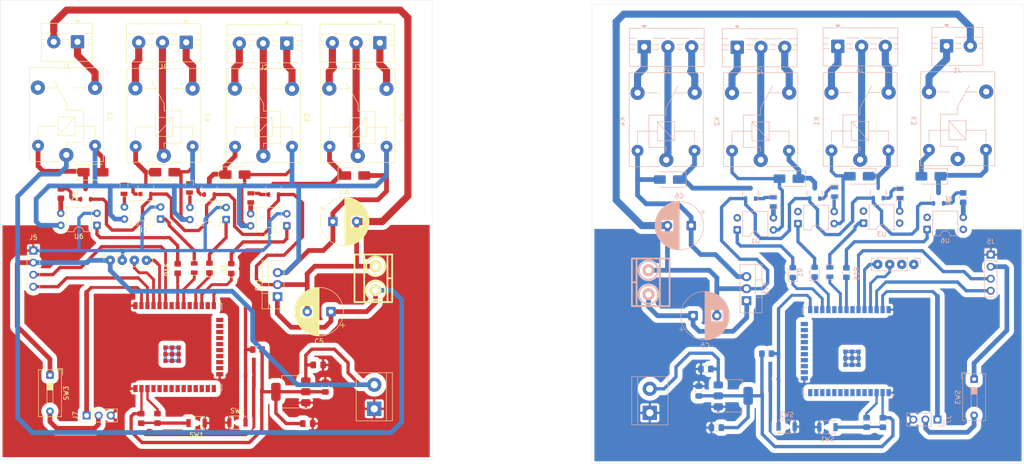
<source format=kicad_pcb>
(kicad_pcb (version 20241229) (generator "pcbnew") (generator_version "9.0")
  (layers (0 "F.Cu" signal) (2 "B.Cu" signal) (13 "F.Paste" user) (15 "B.Paste" user) (5 "F.SilkS" user "F.Silkscreen") (7 "B.SilkS" user "B.Silkscreen") (1 "F.Mask" user) (3 "B.Mask" user) (25 "Edge.Cuts" user))
  (net 0 "")
  (net 1 "Net-(D1-A)")
  (net 2 "Net-(D2-A)")
  (net 3 "Net-(D3-A)")
  (net 4 "Net-(R1-Pad2)")
  (net 5 "Net-(R3-Pad1)")
  (net 6 "Net-(R4-Pad2)")
  (net 7 "Net-(R6-Pad1)")
  (net 8 "Net-(R9-Pad1)")
  (net 9 "Net-(R7-Pad2)")
  (net 10 "/R3")
  (net 11 "/R2")
  (net 12 "/R1")
  (net 13 "/NO1")
  (net 14 "Net-(Q1-B)")
  (net 15 "Net-(Q2-B)")
  (net 16 "Net-(Q3-B)")
  (net 17 "/C1")
  (net 18 "/NO2")
  (net 19 "/C2")
  (net 20 "/C3")
  (net 21 "/NO3")
  (net 22 "/5V")
  (net 23 "/VIN")
  (net 24 "/3.3V")
  (net 25 "/RX")
  (net 26 "/TX")
  (net 27 "/SWITCH")
  (net 28 "/FLASH")
  (net 31 "/EN")
  (net 34 "/NC3")
  (net 36 "GND")
  (net 38 "Net-(D4-A)")
  (net 39 "/NC2")
  (net 40 "/R4")
  (net 42 "/NC1")
  (net 53 "/GNDE")
  (net 54 "/5VES")
  (net 57 "Net-(R15-Pad2)")
  (net 58 "Net-(R17-Pad1)")
  (net 59 "Net-(Q4-B)")
  (net 60 "/NO4")
  (net 62 "/SDA")
  (net 64 "unconnected-(U4-IO12-Pad14)")
  (net 65 "/SCL")
  (net 66 "Net-(J7-Pin_2)")
  (net 67 "/S")
  (footprint "Relay_THT:Relay_SPDT_SANYOU_SRD_Series_Form_C" (layer "F.Cu") (at 101.562677 88.145 90)
    (property "Reference" "K2")
    (property "Value" "RELAY_C")
  )
  (footprint "EESTN5:R_0805" (layer "F.Cu") (at 72.212677 95.195 90)
    (property "Reference" "R9" (hide yes))
    (property "Value" "R" (hide yes))
  )
  (footprint "Package_DIP:DIP-4_W7.62mm" (layer "F.Cu") (at 66.512677 102.795 180)
    (property "Reference" "U6")
    (property "Value" "PC817")
  )
  (footprint "Package_DIP:DIP-4_W7.62mm" (layer "F.Cu") (at 106.512677 102.895 180)
    (property "Reference" "U1")
    (property "Value" "PC817")
  )
  (footprint "Relay_THT:Relay_SPDT_SANYOU_SRD_Series_Form_C" (layer "F.Cu") (at 121.462677 88.145 90)
    (property "Reference" "K4")
    (property "Value" "RELAY_C")
  )
  (footprint "RF_Module:ESP32-WROOM-32E" (layer "F.Cu") (at 79.877677 128.47 90)
    (property "Reference" "U4" (hide yes))
    (property "Value" "ESP32-WROOM-32E__4MB_" (hide yes))
  )
  (footprint "EESTN5:R_0805" (layer "F.Cu") (at 87.012677 111.795 90)
    (property "Reference" "R7" (hide yes))
    (property "Value" "1k" (hide yes))
  )
  (footprint "TerminalBlock:TerminalBlock_bornier-2_P5.08mm" (layer "F.Cu") (at 124.937677 141.485 90)
    (property "Reference" "bornera2" (hide yes))
    (property "Value" "bornera" (hide yes))
  )
  (footprint "Capacitor_THT:CP_Radial_D10.0mm_P5.00mm" (layer "F.Cu") (at 116.212677 101.995)
    (property "Reference" "C6")
    (property "Value" "100uf")
  )
  (footprint "Capacitor_THT:CP_Radial_D10.0mm_P5.00mm" (layer "F.Cu") (at 115.812677 120.995 180)
    (property "Reference" "C5")
    (property "Value" "100uf")
  )
  (footprint "EESTN5:BORNERA2_AZUL" (layer "F.Cu") (at 125.212677 113.955 90)
    (property "Reference" "bornera1" (hide yes))
    (property "Value" "bornera" (hide yes))
  )
  (footprint "Diode_SMD:D_SMA" (layer "F.Cu") (at 95.612677 92.095)
    (property "Reference" "D2" (hide yes))
    (property "Value" "DIODE" (hide yes))
  )
  (footprint "Resistor_SMD:R_0805_2012Metric_Pad1.20x1.40mm_HandSolder" (layer "F.Cu") (at 100.312677 128.995 180)
    (property "Reference" "R11" (hide yes))
    (property "Value" "10K" (hide yes))
  )
  (footprint "Diode_SMD:D_SMA" (layer "F.Cu") (at 120.812677 92.285)
    (property "Reference" "D1" (hide yes))
    (property "Value" "DIODE" (hide yes))
  )
  (footprint "LED_SMD:LED_0805_2012Metric_Pad1.15x1.40mm_HandSolder" (layer "F.Cu") (at 90.212677 111.795 90)
    (property "Reference" "R4" (hide yes))
    (property "Value" "R")
  )
  (footprint "Button_Switch_SMD:SW_SPST_B3U-1000P-B" (layer "F.Cu") (at 96.112677 144.395)
    (property "Reference" "SW2")
    (property "Value" "SW_Push")
  )
  (footprint "MMBT3904-Diotec-Semiconductor-Symbol-Kicad-1:P200_SOT-23" (layer "F.Cu") (at 89.152677 96.295 90)
    (property "Reference" "Q2" (hide yes))
    (property "Value" "2N3904" (hide yes))
  )
  (footprint "MMBT3904-Diotec-Semiconductor-Symbol-Kicad-1:P200_SOT-23" (layer "F.Cu") (at 63.082677 97.295 90)
    (property "Reference" "Q4")
    (property "Value" "2N3904" (hide yes))
  )
  (footprint "Connector_PinSocket_2.54mm:PinSocket_1x04_P2.54mm_Vertical" (layer "F.Cu") (at 53.112677 108.115)
    (property "Reference" "J5")
    (property "Value" "Conn_01x04_Pin")
  )
  (footprint "Relay_THT:Relay_SPDT_SANYOU_SRD_Series_Form_C" (layer "F.Cu") (at 60.062677 87.945 90)
    (property "Reference" "K3")
    (property "Value" "RELAY_C")
  )
  (footprint "Resistor_SMD:R_0805_2012Metric_Pad1.20x1.40mm_HandSolder" (layer "F.Cu") (at 58.912677 96.095 90)
    (property "Reference" "R17" (hide yes))
    (property "Value" "R" (hide yes))
  )
  (footprint "Capacitor_SMD:C_0805_2012Metric_Pad1.18x1.45mm_HandSolder" (layer "F.Cu") (at 113.122677 132.235)
    (property "Reference" "C2" (hide yes))
    (property "Value" "10 uF" (hide yes))
  )
  (footprint "Package_DIP:DIP-4_W7.62mm" (layer "F.Cu") (at 79.917677 101.47 180)
    (property "Reference" "U3")
    (property "Value" "PC817")
  )
  (footprint "MMBT3904-Diotec-Semiconductor-Symbol-Kicad-1:P200_SOT-23" (layer "F.Cu") (at 102.682677 96.295 90)
    (property "Reference" "Q3" (hide yes))
    (property "Value" "2N3904" (hide yes))
  )
  (footprint "Relay_THT:Relay_SPDT_SANYOU_SRD_Series_Form_C" (layer "F.Cu") (at 80.612677 88.095 90)
    (property "Reference" "K1")
    (property "Value" "RELAY_C")
  )
  (footprint "Connector_PinHeader_2.54mm:PinHeader_1x03_P2.54mm_Vertical" (layer "F.Cu") (at 64.332677 142.895 90)
    (property "Reference" "J7")
    (property "Value" "Conn_01x03_Pin" (hide yes))
  )
  (footprint "LED_SMD:LED_0805_2012Metric_Pad1.15x1.40mm_HandSolder" (layer "F.Cu") (at 94.812677 111.895 90)
    (property "Reference" "R1")
    (property "Value" "R")
  )
  (footprint "Diode_SMD:D_SMA" (layer "F.Cu") (at 65.712677 91.595)
    (property "Reference" "D4" (hide yes))
    (property "Value" "DIODE" (hide yes))
  )
  (footprint "TerminalBlock:TerminalBlock_MaiXu_MX126-5.0-03P_1x03_P5.00mm" (layer "F.Cu") (at 85.312677 64.195 180)
    (property "Reference" "J4")
    (property "Value" "Screw_Terminal_01x03")
  )
  (footprint "TerminalBlock:TerminalBlock_MaiXu_MX126-5.0-03P_1x03_P5.00mm" (layer "F.Cu") (at 126.112677 64.295 180)
    (property "Reference" "J3")
    (property "Value" "Screw_Terminal_01x03")
  )
  (footprint "MMBT3904-Diotec-Semiconductor-Symbol-Kicad-1:P200_SOT-23" (layer "F.Cu") (at 75.782677 96.195 90)
    (property "Reference" "Q1" (hide yes))
    (property "Value" "2N3904" (hide yes))
  )
  (footprint "Capacitor_SMD:C_0805_2012Metric_Pad1.18x1.45mm_HandSolder" (layer "F.Cu") (at 110.912677 144.595 180)
    (property "Reference" "C3" (hide yes))
    (property "Value" "100 nF")
  )
  (footprint "Package_TO_SOT_THT:TO-220-3_Vertical" (layer "F.Cu") (at 104.562677 117.835 90)
    (property "Reference" "5v1")
    (property "Value" "LM7805_TO220")
  )
  (footprint "Resistor_SMD:R_0805_2012Metric_Pad1.20x1.40mm_HandSolder" (layer "F.Cu") (at 79.262677 143.495 90)
    (property "Reference" "R12" (hide yes))
    (property "Value" "10K")
  )
  (footprint "EESTN5:R_0805" (layer "F.Cu") (at 98.912677 96.995 90)
    (property "Reference" "R3" (hide yes))
    (property "Value" "R" (hide yes))
  )
  (footprint "EESTN5:R_0805" (layer "F.Cu") (at 86.012677 94.895 90)
    (property "Reference" "R6" (hide yes))
    (property "Value" "R" (hide yes))
  )
  (footprint "Button_Switch_SMD:SW_SPST_B3U-1000P-B" (layer "F.Cu") (at 87.512677 144.495 180)
    (property "Reference" "SW1")
    (property "Value" "SW_Push")
  )
  (footprint "Capacitor_SMD:C_0805_2012Metric_Pad1.18x1.45mm_HandSolder" (layer "F.Cu") (at 114.612677 136.895 90)
    (property "Reference" "C4" (hide yes))
    (property "Value" "10 uF" (hide yes))
  )
  (footprint "Button_Switch_THT:SW_DIP_SPSTx01_Slide_9.78x4.72mm_W7.62mm_P2.54mm" (layer "F.Cu") (at 56.612677 134.375 -90)
    (property "Reference" "SW3")
    (property "Value" "SW_SPST")
  )
  (footprint "Connector_PinSocket_2.54mm:PinSocket_1x04_P2.54mm_Vertical" (layer "F.Cu") (at 69.312677 110.17 90)
    (property "Reference" "J6" (hide yes))
    (property "Value" "Conn_01x04_Pin" (hide yes))
  )
  (footprint "Diode_SMD:D_SMA" (layer "F.Cu") (at 80.812677 91.585)
    (property "Reference" "D3" (hide yes))
    (property "Value" "DIODE" (hide yes))
  )
  (footprint "Package_DIP:DIP-4_W7.62mm" (layer "F.Cu") (at 93.717677 101.57 180)
    (property "Reference" "U2" (hide yes))
    (property "Value" "PC817")
  )
  (footprint "Package_TO_SOT_SMD:SOT-223-3_TabPin2" (layer "F.Cu") (at 107.362677 137.895 180)
    (property "Reference" "U5" (hide yes))
    (property "Value" "NCP1117-1.5_SOT223" (hide yes))
  )
  (footprint "Resistor_SMD:R_0805_2012Metric_Pad1.20x1.40mm_HandSolder" (layer "F.Cu") (at 83.512677 111.895 90)
    (property "Reference" "R15")
    (property "Value" "R" (hide yes))
  )
  (footprint "TerminalBlock:TerminalBlock_MaiXu_MX126-5.0-03P_1x03_P5.00mm" (layer "F.Cu") (at 106.512677 64.395 180)
    (property "Reference" "J2")
    (property "Value" "Screw_Terminal_01x03")
  )
  (footprint "TerminalBlock:TerminalBlock_MaiXu_MX126-5.0-02P_1x02_P5.00mm" (layer "F.Cu") (at 62.412677 64.095 180)
    (property "Reference" "J1")
    (property "Value" "Screw_Terminal_01x02")
  )
  (footprint "Resistor_SMD:R_0805_2012Metric_Pad1.20x1.40mm_HandSolder" (layer "F.Cu") (at 75.837677 143.52 -90)
    (property "Reference" "R10" (hide yes))
    (property "Value" "10K" (hide yes))
  )
  (footprint "Capacitor_THT:CP_Radial_D10.0mm_P5.00mm" (layer "B.Cu") (at 192.1 121.85)
    (property "Reference" "C5")
    (property "Value" "100uf")
  )
  (footprint "Capacitor_SMD:C_0805_2012Metric_Pad1.18x1.45mm_HandSolder" (layer "B.Cu") (at 197 145.45)
    (property "Reference" "C3" (hide yes))
    (property "Value" "100 nF")
  )
  (footprint "Diode_SMD:D_SMA" (layer "B.Cu") (at 242.2 92.45 180)
    (property "Reference" "D4" (hide yes))
    (property "Value" "DIODE" (hide yes))
  )
  (footprint "MMBT3904-Diotec-Semiconductor-Symbol-Kicad-1:P200_SOT-23" (layer "B.Cu") (at 218.76 97.15 90)
    (property "Reference" "Q2" (hide yes))
    (property "Value" "2N3904" (hide yes))
  )
  (footprint "Capacitor_THT:CP_Radial_D10.0mm_P5.00mm" (layer "B.Cu") (at 191.7 102.85 180)
    (property "Reference" "C6")
    (property "Value" "100uf")
  )
  (footprint "Diode_SMD:D_SMA" (layer "B.Cu") (at 187.1 93.14 180)
    (property "Reference" "D1" (hide yes))
    (property "Value" "DIODE" (hide yes))
  )
  (footprint "Resistor_SMD:R_0805_2012Metric_Pad1.20x1.40mm_HandSolder" (layer "B.Cu") (at 207.6 129.85)
    (property "Reference" "R11" (hide yes))
    (property "Value" "10K" (hide yes))
  )
  (footprint "Package_DIP:DIP-4_W7.62mm" (layer "B.Cu") (at 241.4 103.65)
    (property "Reference" "U6")
    (property "Value" "PC817")
  )
  (footprint "Capacitor_SMD:C_0805_2012Metric_Pad1.18x1.45mm_HandSolder" (layer "B.Cu") (at 193.3 137.75 90)
    (property "Reference" "C4" (hide yes))
    (property "Value" "10 uF" (hide yes))
  )
  (footprint "Resistor_SMD:R_0805_2012Metric_Pad1.20x1.40mm_HandSolder" (layer "B.Cu") (at 249 96.95 90)
    (property "Reference" "R17" (hide yes))
    (property "Value" "R" (hide yes))
  )
  (footprint "Package_TO_SOT_THT:TO-220-3_Vertical" (layer "B.Cu") (at 203.35 118.69 90)
    (property "Reference" "5v1")
    (property "Value" "LM7805_TO220")
  )
  (footprint "Button_Switch_SMD:SW_SPST_B3U-1000P-B" (layer "B.Cu") (at 211.8 145.25 180)
    (property "Reference" "SW2")
    (property "Value" "SW_Push")
  )
  (footprint "Relay_THT:Relay_SPDT_SANYOU_SRD_Series_Form_C" (layer "B.Cu") (at 206.35 89 90)
    (property "Reference" "K2")
    (property "Value" "RELAY_C")
  )
  (footprint "EESTN5:R_0805" (layer "B.Cu") (at 235.7 96.05 90)
    (property "Reference" "R9" (hide yes))
    (property "Value" "R" (hide yes))
  )
  (footprint "TerminalBlock:TerminalBlock_MaiXu_MX126-5.0-03P_1x03_P5.00mm" (layer "B.Cu") (at 181.8 65.15)
    (property "Reference" "J3")
    (property "Value" "Screw_Terminal_01x03")
  )
  (footprint "MMBT3904-Diotec-Semiconductor-Symbol-Kicad-1:P200_SOT-23" (layer "B.Cu") (at 244.83 98.15 90)
    (property "Reference" "Q4")
    (property "Value" "2N3904" (hide yes))
  )
  (footprint "Resistor_SMD:R_0805_2012Metric_Pad1.20x1.40mm_HandSolder" (layer "B.Cu") (at 232.075 144.375 -90)
    (property "Reference" "R10" (hide yes))
    (property "Value" "10K" (hide yes))
  )
  (footprint "Connector_PinSocket_2.54mm:PinSocket_1x04_P2.54mm_Vertical" (layer "B.Cu") (at 254.8 108.97 180)
    (property "Reference" "J5")
    (property "Value" "Conn_01x04_Pin")
  )
  (footprint "MMBT3904-Diotec-Semiconductor-Symbol-Kicad-1:P200_SOT-23" (layer "B.Cu") (at 205.23 97.15 90)
    (property "Reference" "Q3" (hide yes))
    (property "Value" "2N3904" (hide yes))
  )
  (footprint "EESTN5:R_0805" (layer "B.Cu") (at 220.9 112.65 90)
    (property "Reference" "R7" (hide yes))
    (property "Value" "1k" (hide yes))
  )
  (footprint "EESTN5:R_0805" (layer "B.Cu") (at 209 97.85 90)
    (property "Reference" "R3" (hide yes))
    (property "Value" "R" (hide yes))
  )
  (footprint "Relay_THT:Relay_SPDT_SANYOU_SRD_Series_Form_C" (layer "B.Cu") (at 227.3 88.95 90)
    (property "Reference" "K1")
    (property "Value" "RELAY_C")
  )
  (footprint "Package_DIP:DIP-4_W7.62mm" (layer "B.Cu") (at 201.4 103.75)
    (property "Reference" "U1")
    (property "Value" "PC817")
  )
  (footprint "Package_DIP:DIP-4_W7.62mm" (layer "B.Cu") (at 214.195 102.425)
    (property "Reference" "U2" (hide yes))
    (property "Value" "PC817")
  )
  (footprint "Button_Switch_THT:SW_DIP_SPSTx01_Slide_9.78x4.72mm_W7.62mm_P2.54mm" (layer "B.Cu") (at 251.3 135.23 -90)
    (property "Reference" "SW3")
    (property "Value" "SW_SPST")
  )
  (footprint "TerminalBlock:TerminalBlock_bornier-2_P5.08mm" (layer "B.Cu") (at 182.975 142.34 90)
    (property "Reference" "bornera2" (hide yes))
    (property "Value" "bornera" (hide yes))
  )
  (footprint "TerminalBlock:TerminalBlock_MaiXu_MX126-5.0-02P_1x02_P5.00mm" (layer "B.Cu") (at 245.5 64.95)
    (property "Reference" "J1")
    (property "Value" "Screw_Terminal_01x02")
  )
  (footprint "TerminalBlock:TerminalBlock_MaiXu_MX126-5.0-03P_1x03_P5.00mm" (layer "B.Cu") (at 201.4 65.25)
    (property "Reference" "J2")
    (property "Value" "Screw_Terminal_01x03")
  )
  (footprint "Relay_THT:Relay_SPDT_SANYOU_SRD_Series_Form_C" (layer "B.Cu") (at 247.85 88.8 90)
    (property "Reference" "K3")
    (property "Value" "RELAY_C")
  )
  (footprint "Diode_SMD:D_SMA" (layer "B.Cu") (at 227.1 92.44 180)
    (property "Reference" "D3" (hide yes))
    (property "Value" "DIODE" (hide yes))
  )
  (footprint "EESTN5:BORNERA2_AZUL" (layer "B.Cu") (at 182.7 114.81 90)
    (property "Reference" "bornera1" (hide yes))
    (property "Value" "bornera" (hide yes))
  )
  (footprint "MMBT3904-Diotec-Semiconductor-Symbol-Kicad-1:P200_SOT-23" (layer "B.Cu") (at 232.13 97.05 90)
    (property "Reference" "Q1" (hide yes))
    (property "Value" "2N3904" (hide yes))
  )
  (footprint "TerminalBlock:TerminalBlock_MaiXu_MX126-5.0-03P_1x03_P5.00mm" (layer "B.Cu") (at 222.6 65.05)
    (property "Reference" "J4")
    (property "Value" "Screw_Terminal_01x03")
  )
  (footprint "Resistor_SMD:R_0805_2012Metric_Pad1.20x1.40mm_HandSolder" (layer "B.Cu") (at 228.65 144.35 90)
    (property "Reference" "R12" (hide yes))
    (property "Value" "10K")
  )
  (footprint "Button_Switch_SMD:SW_SPST_B3U-1000P-B" (layer "B.Cu") (at 220.4 145.35)
    (property "Reference" "SW1")
    (property "Value" "SW_Push")
  )
  (footprint "Diode_SMD:D_SMA" (layer "B.Cu") (at 212.3 92.95 180)
    (property "Reference" "D2" (hide yes))
    (property "Value" "DIODE" (hide yes))
  )
  (footprint "Capacitor_SMD:C_0805_2012Metric_Pad1.18x1.45mm_HandSolder" (layer "B.Cu") (at 194.79 133.09 180)
    (property "Reference" "C2" (hide yes))
    (property "Value" "10 uF" (hide yes))
  )
  (footprint "Package_TO_SOT_SMD:SOT-223-3_TabPin2" (layer "B.Cu") (at 200.55 138.75)
    (property "Reference" "U5" (hide yes))
    (property "Value" "NCP1117-1.5_SOT223" (hide yes))
  )
  (footprint "Package_DIP:DIP-4_W7.62mm" (layer "B.Cu") (at 227.995 102.325)
    (property "Reference" "U3")
    (property "Value" "PC817")
  )
  (footprint "RF_Module:ESP32-WROOM-32E" (layer "B.Cu") (at 228.035 129.325 90)
    (property "Reference" "U4" (hide yes))
    (property "Value" "ESP32-WROOM-32E__4MB_" (hide yes))
  )
  (footprint "LED_SMD:LED_0805_2012Metric_Pad1.15x1.40mm_HandSolder" (layer "B.Cu") (at 217.7 112.65 90)
    (property "Reference" "R4" (hide yes))
    (property "Value" "R")
  )
  (footprint "EESTN5:R_0805" (layer "B.Cu") (at 221.9 95.75 90)
    (property "Reference" "R6" (hide yes))
    (property "Value" "R" (hide yes))
  )
  (footprint "LED_SMD:LED_0805_2012Metric_Pad1.15x1.40mm_HandSolder" (layer "B.Cu") (at 213.1 112.75 90)
    (property "Reference" "R1")
    (property "Value" "R")
  )
  (footprint "Resistor_SMD:R_0805_2012Metric_Pad1.20x1.40mm_HandSolder" (layer "B.Cu") (at 224.4 112.75 90)
    (property "Reference" "R15")
    (property "Value" "R" (hide yes))
  )
  (footprint "Connector_PinSocket_2.54mm:PinSocket_1x04_P2.54mm_Vertical" (layer "B.Cu") (at 238.6 111.025 90)
    (property "Reference" "J6" (hide yes))
    (property "Value" "Conn_01x04_Pin" (hide yes))
  )
  (footprint "Relay_THT:Relay_SPDT_SANYOU_SRD_Series_Form_C" (layer "B.Cu") (at 186.45 89 90)
    (property "Reference" "K4")
    (property "Value" "RELAY_C")
  )
  (footprint "Connector_PinHeader_2.54mm:PinHeader_1x03_P2.54mm_Vertical" (layer "B.Cu") (at 243.58 143.75 90)
    (property "Reference" "J7")
    (property "Value" "Conn_01x03_Pin" (hide yes))
  )
  (gr_rect (start 46.112677 55.295) (end 137.112677 152.195) (stroke (width 0.05)) (fill no) (layer "Edge.Cuts"))
  (gr_rect (start 170.8 56.15) (end 261.8 153.05) (stroke (width 0.05)) (fill no) (layer "Edge.Cuts"))
  (segment (start 117.612677 91.295) (end 115.512677 89.195) (width 1) (layer "F.Cu") (net 1))
  (segment (start 103.712677 94.095) (end 115.912677 94.095) (width 1) (layer "F.Cu") (net 1))
  (segment (start 117.612677 92.395) (end 118.712677 92.395) (width 1) (layer "F.Cu") (net 1))
  (segment (start 117.612677 92.395) (end 117.612677 91.295) (width 1) (layer "F.Cu") (net 1))
  (segment (start 115.512677 89.195) (end 115.512677 86.195) (width 1) (layer "F.Cu") (net 1))
  (segment (start 115.912677 94.095) (end 117.612677 92.395) (width 1) (layer "F.Cu") (net 1))
  (segment (start 192 94.95) (end 190.3 93.25) (width 1) (layer "B.Cu") (net 1))
  (segment (start 190.3 93.25) (end 190.3 92.15) (width 1) (layer "B.Cu") (net 1))
  (segment (start 190.3 93.25) (end 189.2 93.25) (width 1) (layer "B.Cu") (net 1))
  (segment (start 190.3 92.15) (end 192.4 90.05) (width 1) (layer "B.Cu") (net 1))
  (segment (start 204.2 94.95) (end 192 94.95) (width 1) (layer "B.Cu") (net 1))
  (segment (start 192.4 90.05) (end 192.4 87.05) (width 1) (layer "B.Cu") (net 1))
  (segment (start 90.182677 92.925) (end 91.112677 91.995) (width 1) (layer "F.Cu") (net 2))
  (segment (start 95.612677 88.195) (end 95.612677 86.195) (width 1) (layer "F.Cu") (net 2))
  (segment (start 93.512677 90.295) (end 95.612677 88.195) (width 1) (layer "F.Cu") (net 2))
  (segment (start 91.112677 91.995) (end 93.512677 91.995) (width 1) (layer "F.Cu") (net 2))
  (segment (start 93.512677 91.995) (end 93.512677 90.295) (width 1) (layer "F.Cu") (net 2))
  (segment (start 90.182677 94.095) (end 90.182677 92.925) (width 1) (layer "F.Cu") (net 2))
  (segment (start 216.8 92.85) (end 214.4 92.85) (width 1) (layer "B.Cu") (net 2))
  (segment (start 217.73 94.95) (end 217.73 93.78) (width 1) (layer "B.Cu") (net 2))
  (segment (start 212.3 89.05) (end 212.3 87.05) (width 1) (layer "B.Cu") (net 2))
  (segment (start 214.4 92.85) (end 214.4 91.15) (width 1) (layer "B.Cu") (net 2))
  (segment (start 214.4 91.15) (end 212.3 89.05) (width 1) (layer "B.Cu") (net 2))
  (segment (start 217.73 93.78) (end 216.8 92.85) (width 1) (layer "B.Cu") (net 2))
  (segment (start 76.712677 91.495) (end 74.662677 89.445) (width 1) (layer "F.Cu") (net 3))
  (segment (start 78.812677 91.585) (end 76.802677 91.585) (width 1) (layer "F.Cu") (net 3))
  (segment (start 76.812677 91.595) (end 76.712677 91.495) (width 0.7) (layer "F.Cu") (net 3))
  (segment (start 76.802677 91.585) (end 76.712677 91.495) (width 1) (layer "F.Cu") (net 3))
  (segment (start 76.812677 93.995) (end 76.812677 91.595) (width 0.7) (layer "F.Cu") (net 3))
  (segment (start 74.662677 89.445) (end 74.662677 86.145) (width 1) (layer "F.Cu") (net 3))
  (segment (start 233.25 90.3) (end 233.25 87) (width 1) (layer "B.Cu") (net 3))
  (segment (start 229.1 92.44) (end 231.11 92.44) (width 1) (layer "B.Cu") (net 3))
  (segment (start 231.2 92.35) (end 233.25 90.3) (width 1) (layer "B.Cu") (net 3))
  (segment (start 231.1 94.85) (end 231.1 92.45) (width 0.7) (layer "B.Cu") (net 3))
  (segment (start 231.1 92.45) (end 231.2 92.35) (width 0.7) (layer "B.Cu") (net 3))
  (segment (start 231.11 92.44) (end 231.2 92.35) (width 1) (layer "B.Cu") (net 3))
  (segment (start 94.812677 108.795) (end 97.312677 106.295) (width 0.7) (layer "F.Cu") (net 4))
  (segment (start 106.512677 105.595) (end 106.512677 102.895) (width 0.7) (layer "F.Cu") (net 4))
  (segment (start 94.812677 110.87) (end 94.812677 108.795) (width 0.7) (layer "F.Cu") (net 4))
  (segment (start 105.812677 106.295) (end 106.512677 105.595) (width 0.7) (layer "F.Cu") (net 4))
  (segment (start 97.312677 106.295) (end 105.812677 106.295) (width 0.7) (layer "F.Cu") (net 4))
  (segment (start 201.4 106.45) (end 201.4 103.75) (width 0.7) (layer "B.Cu") (net 4))
  (segment (start 213.1 109.65) (end 210.6 107.15) (width 0.7) (layer "B.Cu") (net 4))
  (segment (start 213.1 111.725) (end 213.1 109.65) (width 0.7) (layer "B.Cu") (net 4))
  (segment (start 202.1 107.15) (end 201.4 106.45) (width 0.7) (layer "B.Cu") (net 4))
  (segment (start 210.6 107.15) (end 202.1 107.15) (width 0.7) (layer "B.Cu") (net 4))
  (segment (start 98.892677 97.9675) (end 98.912677 97.9475) (width 1) (layer "F.Cu") (net 5))
  (segment (start 98.892677 100.355) (end 98.892677 97.9675) (width 1) (layer "F.Cu") (net 5))
  (segment (start 209.02 98.8225) (end 209 98.8025) (width 1) (layer "B.Cu") (net 5))
  (segment (start 209.02 101.21) (end 209.02 98.8225) (width 1) (layer "B.Cu") (net 5))
  (segment (start 90.212677 108.895) (end 93.717677 105.39) (width 0.7) (layer "F.Cu") (net 6))
  (segment (start 90.212677 110.77) (end 90.212677 108.895) (width 0.7) (layer "F.Cu") (net 6))
  (segment (start 93.717677 105.39) (end 93.717677 101.57) (width 0.7) (layer "F.Cu") (net 6))
  (segment (start 217.7 111.625) (end 217.7 109.75) (width 0.7) (layer "B.Cu") (net 6))
  (segment (start 217.7 109.75) (end 214.195 106.245) (width 0.7) (layer "B.Cu") (net 6))
  (segment (start 214.195 106.245) (end 214.195 102.425) (width 0.7) (layer "B.Cu") (net 6))
  (segment (start 86.097677 99.03) (end 86.097677 95.9325) (width 0.7) (layer "F.Cu") (net 7))
  (segment (start 86.097677 95.9325) (end 86.012677 95.8475) (width 0.7) (layer "F.Cu") (net 7))
  (segment (start 221.815 99.885) (end 221.815 96.7875) (width 0.7) (layer "B.Cu") (net 7))
  (segment (start 221.815 96.7875) (end 221.9 96.7025) (width 0.7) (layer "B.Cu") (net 7))
  (segment (start 72.297677 96.2325) (end 72.212677 96.1475) (width 0.7) (layer "F.Cu") (net 8))
  (segment (start 72.297677 98.93) (end 72.297677 96.2325) (width 0.7) (layer "F.Cu") (net 8))
  (segment (start 235.615 99.785) (end 235.615 97.0875) (width 0.7) (layer "B.Cu") (net 8))
  (segment (start 235.615 97.0875) (end 235.7 97.0025) (width 0.7) (layer "B.Cu") (net 8))
  (segment (start 87.012677 108.095) (end 87.012677 110.8425) (width 0.7) (layer "F.Cu") (net 9))
  (segment (start 81.712677 102.295) (end 81.712677 102.795) (width 0.7) (layer "F.Cu") (net 9))
  (segment (start 80.887677 101.47) (end 81.712677 102.295) (width 0.7) (layer "F.Cu") (net 9))
  (segment (start 79.917677 101.47) (end 80.887677 101.47) (width 0.7) (layer "F.Cu") (net 9))
  (segment (start 81.712677 102.795) (end 87.012677 108.095) (width 0.7) (layer "F.Cu") (net 9))
  (segment (start 226.2 103.15) (end 226.2 103.65) (width 0.7) (layer "B.Cu") (net 9))
  (segment (start 227.025 102.325) (end 226.2 103.15) (width 0.7) (layer "B.Cu") (net 9))
  (segment (start 226.2 103.65) (end 220.9 108.95) (width 0.7) (layer "B.Cu") (net 9))
  (segment (start 220.9 108.95) (end 220.9 111.6975) (width 0.7) (layer "B.Cu") (net 9))
  (segment (start 227.995 102.325) (end 227.025 102.325) (width 0.7) (layer "B.Cu") (net 9))
  (segment (start 87.317677 116.49) (end 90.212677 113.595) (width 0.6) (layer "F.Cu") (net 10))
  (segment (start 87.317677 119.72) (end 87.317677 116.49) (width 0.6) (layer "F.Cu") (net 10))
  (segment (start 90.212677 113.595) (end 90.212677 112.82) (width 0.6) (layer "F.Cu") (net 10))
  (segment (start 220.595 120.575) (end 220.595 117.345) (width 0.6) (layer "B.Cu") (net 10))
  (segment (start 220.595 117.345) (end 217.7 114.45) (width 0.6) (layer "B.Cu") (net 10))
  (segment (start 217.7 114.45) (end 217.7 113.675) (width 0.6) (layer "B.Cu") (net 10))
  (segment (start 90.712677 115.295) (end 93.912677 115.295) (width 0.6) (layer "F.Cu") (net 11))
  (segment (start 88.587677 119.72) (end 88.587677 117.42) (width 0.6) (layer "F.Cu") (net 11))
  (segment (start 88.587677 117.42) (end 90.712677 115.295) (width 0.6) (layer "F.Cu") (net 11))
  (segment (start 93.912677 115.295) (end 94.812677 114.395) (width 0.6) (layer "F.Cu") (net 11))
  (segment (start 94.812677 114.395) (end 94.812677 112.92) (width 0.6) (layer "F.Cu") (net 11))
  (segment (start 214 116.15) (end 213.1 115.25) (width 0.6) (layer "B.Cu") (net 11))
  (segment (start 219.325 118.275) (end 217.2 116.15) (width 0.6) (layer "B.Cu") (net 11))
  (segment (start 213.1 115.25) (end 213.1 113.775) (width 0.6) (layer "B.Cu") (net 11))
  (segment (start 217.2 116.15) (end 214 116.15) (width 0.6) (layer "B.Cu") (net 11))
  (segment (start 219.325 120.575) (end 219.325 118.275) (width 0.6) (layer "B.Cu") (net 11))
  (segment (start 87.012677 114.095) (end 87.012677 112.7475) (width 0.6) (layer "F.Cu") (net 12))
  (segment (start 84.777677 116.33) (end 87.012677 114.095) (width 0.6) (layer "F.Cu") (net 12))
  (segment (start 84.777677 119.72) (end 84.777677 116.33) (width 0.6) (layer "F.Cu") (net 12))
  (segment (start 223.135 117.185) (end 220.9 114.95) (width 0.6) (layer "B.Cu") (net 12))
  (segment (start 220.9 114.95) (end 220.9 113.6025) (width 0.6) (layer "B.Cu") (net 12))
  (segment (start 223.135 120.575) (end 223.135 117.185) (width 0.6) (layer "B.Cu") (net 12))
  (segment (start 85.312677 64.195) (end 85.312677 67.895) (width 1.5) (layer "F.Cu") (net 13))
  (segment (start 85.312677 67.895) (end 86.662677 69.245) (width 1.5) (layer "F.Cu") (net 13))
  (segment (start 86.662677 69.245) (end 86.662677 73.945) (width 1.5) (layer "F.Cu") (net 13))
  (segment (start 222.6 68.75) (end 221.25 70.1) (width 1.5) (layer "B.Cu") (net 13))
  (segment (start 221.25 70.1) (end 221.25 74.8) (width 1.5) (layer "B.Cu") (net 13))
  (segment (start 222.6 65.05) (end 222.6 68.75) (width 1.5) (layer "B.Cu") (net 13))
  (segment (start 73.460177 94.2425) (end 74.112677 94.895) (width 0.7) (layer "F.Cu") (net 14))
  (segment (start 74.112677 94.895) (end 74.112677 95.795) (width 0.7) (layer "F.Cu") (net 14))
  (segment (start 72.212677 94.2425) (end 73.460177 94.2425) (width 0.7) (layer "F.Cu") (net 14))
  (segment (start 74.112677 95.795) (end 74.512677 96.195) (width 0.7) (layer "F.Cu") (net 14))
  (segment (start 74.512677 96.195) (end 75.782677 96.195) (width 0.7) (layer "F.Cu") (net 14))
  (segment (start 233.8 96.65) (end 233.4 97.05) (width 0.7) (layer "B.Cu") (net 14))
  (segment (start 234.4525 95.0975) (end 233.8 95.75) (width 0.7) (layer "B.Cu") (net 14))
  (segment (start 233.8 95.75) (end 233.8 96.65) (width 0.7) (layer "B.Cu") (net 14))
  (segment (start 233.4 97.05) (end 232.13 97.05) (width 0.7) (layer "B.Cu") (net 14))
  (segment (start 235.7 95.0975) (end 234.4525 95.0975) (width 0.7) (layer "B.Cu") (net 14))
  (segment (start 86.012677 93.9425) (end 86.760177 93.9425) (width 0.7) (layer "F.Cu") (net 15))
  (segment (start 88.412677 96.295) (end 89.152677 96.295) (width 0.7) (layer "F.Cu") (net 15))
  (segment (start 87.812677 95.695) (end 88.412677 96.295) (width 0.7) (layer "F.Cu") (net 15))
  (segment (start 87.812677 94.995) (end 87.812677 95.695) (width 0.7) (layer "F.Cu") (net 15))
  (segment (start 86.760177 93.9425) (end 87.812677 94.995) (width 0.7) (layer "F.Cu") (net 15))
  (segment (start 219.5 97.15) (end 218.76 97.15) (width 0.7) (layer "B.Cu") (net 15))
  (segment (start 221.9 94.7975) (end 221.1525 94.7975) (width 0.7) (layer "B.Cu") (net 15))
  (segment (start 220.1 95.85) (end 220.1 96.55) (width 0.7) (layer "B.Cu") (net 15))
  (segment (start 220.1 96.55) (end 219.5 97.15) (width 0.7) (layer "B.Cu") (net 15))
  (segment (start 221.1525 94.7975) (end 220.1 95.85) (width 0.7) (layer "B.Cu") (net 15))
  (segment (start 100.912677 96.295) (end 100.660177 96.0425) (width 0.7) (layer "F.Cu") (net 16))
  (segment (start 102.682677 96.295) (end 100.912677 96.295) (width 0.7) (layer "F.Cu") (net 16))
  (segment (start 100.660177 96.0425) (end 98.912677 96.0425) (width 0.7) (layer "F.Cu") (net 16))
  (segment (start 207.2525 96.8975) (end 209 96.8975) (width 0.7) (layer "B.Cu") (net 16))
  (segment (start 207 97.15) (end 207.2525 96.8975) (width 0.7) (layer "B.Cu") (net 16))
  (segment (start 205.23 97.15) (end 207 97.15) (width 0.7) (layer "B.Cu") (net 16))
  (segment (start 80.312677 64.195) (end 80.312677 87.795) (width 1.5) (layer "F.Cu") (net 17))
  (segment (start 80.312677 87.795) (end 80.612677 88.095) (width 1.5) (layer "F.Cu") (net 17))
  (segment (start 227.6 88.65) (end 227.3 88.95) (width 1.5) (layer "B.Cu") (net 17))
  (segment (start 227.6 65.05) (end 227.6 88.65) (width 1.5) (layer "B.Cu") (net 17))
  (segment (start 127.512677 70.195) (end 126.112677 68.795) (width 1.5) (layer "F.Cu") (net 18))
  (segment (start 127.512677 73.995) (end 127.512677 70.195) (width 1.5) (layer "F.Cu") (net 18))
  (segment (start 126.112677 68.795) (end 126.112677 64.295) (width 1.5) (layer "F.Cu") (net 18))
  (segment (start 180.4 74.85) (end 180.4 71.05) (width 1.5) (layer "B.Cu") (net 18))
  (segment (start 181.8 69.65) (end 181.8 65.15) (width 1.5) (layer "B.Cu") (net 18))
  (segment (start 180.4 71.05) (end 181.8 69.65) (width 1.5) (layer "B.Cu") (net 18))
  (segment (start 121.112677 87.795) (end 121.462677 88.145) (width 1.5) (layer "F.Cu") (net 19))
  (segment (start 121.112677 64.295) (end 121.112677 87.795) (width 1.5) (layer "F.Cu") (net 19))
  (segment (start 186.8 88.65) (end 186.45 89) (width 1.5) (layer "B.Cu") (net 19))
  (segment (start 186.8 65.15) (end 186.8 88.65) (width 1.5) (layer "B.Cu") (net 19))
  (segment (start 101.562677 88.145) (end 101.562677 64.445) (width 1.5) (layer "F.Cu") (net 20))
  (segment (start 101.562677 64.445) (end 101.512677 64.395) (width 1.5) (layer "F.Cu") (net 20))
  (segment (start 206.35 89) (end 206.35 65.3) (width 1.5) (layer "B.Cu") (net 20))
  (segment (start 206.35 65.3) (end 206.4 65.25) (width 1.5) (layer "B.Cu") (net 20))
  (segment (start 106.512677 69.095) (end 106.512677 64.395) (width 1.5) (layer "F.Cu") (net 21))
  (segment (start 107.612677 73.995) (end 107.612677 70.195) (width 1.5) (layer "F.Cu") (net 21))
  (segment (start 107.612677 70.195) (end 106.512677 69.095) (width 1.5) (layer "F.Cu") (net 21))
  (segment (start 201.4 69.95) (end 201.4 65.25) (width 1.5) (layer "B.Cu") (net 21))
  (segment (start 200.3 74.85) (end 200.3 71.05) (width 1.5) (layer "B.Cu") (net 21))
  (segment (start 200.3 71.05) (end 201.4 69.95) (width 1.5) (layer "B.Cu") (net 21))
  (segment (start 116.212677 101.995) (end 116.212677 100.195) (width 1) (layer "F.Cu") (net 22))
  (segment (start 122.812677 92.285) (end 127.112677 92.285) (width 1) (layer "F.Cu") (net 22))
  (segment (start 106.452677 112.755) (end 111.112677 108.095) (width 1) (layer "F.Cu") (net 22))
  (segment (start 107.612677 90.795) (end 107.612677 86.195) (width 0.7) (layer "F.Cu") (net 22))
  (segment (start 127.512677 95.595) (end 127.512677 92.395) (width 1) (layer "F.Cu") (net 22))
  (segment (start 97.612677 92.095) (end 97.612677 93.995) (width 0.7) (layer "F.Cu") (net 22))
  (segment (start 111.112677 108.095) (end 114.212677 108.095) (width 1) (layer "F.Cu") (net 22))
  (segment (start 84.212677 91.585) (end 84.212677 100.895) (width 0.7) (layer "F.Cu") (net 22))
  (segment (start 97.812677 102.895) (end 98.892677 102.895) (width 0.7) (layer "F.Cu") (net 22))
  (segment (start 66.112677 86.895) (end 67.712677 88.495) (width 1) (layer "F.Cu") (net 22))
  (segment (start 67.712677 88.495) (end 67.712677 91.595) (width 1) (layer "F.Cu") (net 22))
  (segment (start 116.212677 106.095) (end 116.212677 101.995) (width 1) (layer "F.Cu") (net 22))
  (segment (start 97.612677 92.095) (end 106.312677 92.095) (width 0.7) (layer "F.Cu") (net 22))
  (segment (start 84.212677 100.895) (end 84.887677 101.57) (width 0.7) (layer "F.Cu") (net 22))
  (segment (start 114.212677 108.095) (end 116.212677 106.095) (width 1) (layer "F.Cu") (net 22))
  (segment (start 82.812677 91.585) (end 84.212677 91.585) (width 0.7) (layer "F.Cu") (net 22))
  (segment (start 66.112677 85.995) (end 66.112677 86.895) (width 1) (layer "F.Cu") (net 22))
  (segment (start 86.662677 90.545) (end 85.712677 91.495) (width 0.7) (layer "F.Cu") (net 22))
  (segment (start 86.662677 86.145) (end 86.662677 90.545) (width 0.7) (layer "F.Cu") (net 22))
  (segment (start 84.887677 101.57) (end 86.097677 101.57) (width 0.7) (layer "F.Cu") (net 22))
  (segment (start 127.512677 92.395) (end 127.512677 91.885) (width 1) (layer "F.Cu") (net 22))
  (segment (start 125.712677 97.395) (end 127.512677 95.595) (width 1) (layer "F.Cu") (net 22))
  (segment (start 116.212677 100.195) (end 119.012677 97.395) (width 1) (layer "F.Cu") (net 22))
  (segment (start 85.712677 91.495) (end 82.902677 91.495) (width 0.7) (layer "F.Cu") (net 22))
  (segment (start 82.902677 91.495) (end 82.812677 91.585) (width 0.7) (layer "F.Cu") (net 22))
  (segment (start 119.012677 97.395) (end 125.712677 97.395) (width 1) (layer "F.Cu") (net 22))
  (segment (start 127.512677 91.885) (end 127.512677 86.195) (width 1) (layer "F.Cu") (net 22))
  (segment (start 97.612677 93.995) (end 97.012677 94.595) (width 0.7) (layer "F.Cu") (net 22))
  (segment (start 127.112677 92.285) (end 127.512677 91.885) (width 1) (layer "F.Cu") (net 22))
  (segment (start 97.012677 102.095) (end 97.812677 102.895) (width 0.7) (layer "F.Cu") (net 22))
  (segment (start 97.012677 94.595) (end 97.012677 102.095) (width 0.7) (layer "F.Cu") (net 22))
  (segment (start 104.562677 112.755) (end 106.452677 112.755) (width 1) (layer "F.Cu") (net 22))
  (segment (start 106.312677 92.095) (end 107.612677 90.795) (width 0.7) (layer "F.Cu") (net 22))
  (segment (start 180.4 96.45) (end 180.4 93.25) (width 1) (layer "B.Cu") (net 22))
  (segment (start 87.112677 94.485) (end 82.812677 94.485) (width 1) (layer "B.Cu") (net 22))
  (segment (start 125.312677 94.485) (end 110.512677 94.485) (width 1) (layer "B.Cu") (net 22))
  (segment (start 193.7 108.95) (end 191.7 106.95) (width 1) (layer "B.Cu") (net 22))
  (segment (start 201.6 92.95) (end 200.3 91.65) (width 0.7) (layer "B.Cu") (net 22))
  (segment (start 70.297677 101.47) (end 69.312677 100.485) (width 1) (layer "B.Cu") (net 22))
  (segment (start 191.7 102.85) (end 191.7 101.05) (width 1) (layer "B.Cu") (net 22))
  (segment (start 191.7 106.95) (end 191.7 102.85) (width 1) (layer "B.Cu") (net 22))
  (segment (start 98.892677 102.895) (end 97.022677 102.895) (width 1) (layer "B.Cu") (net 22))
  (segment (start 86.662677 93.935) (end 86.612677 93.985) (width 1) (layer "B.Cu") (net 22))
  (segment (start 182.2 98.25) (end 180.4 96.45) (width 1) (layer "B.Cu") (net 22))
  (segment (start 69.412677 94.485) (end 66.612677 94.485) (width 1) (layer "B.Cu") (net 22))
  (segment (start 210.3 94.85) (end 210.9 95.45) (width 0.7) (layer "B.Cu") (net 22))
  (segment (start 53.712677 97.185) (end 56.412677 94.485) (width 1) (layer "B.Cu") (net 22))
  (segment (start 210.3 92.95) (end 201.6 92.95) (width 0.7) (layer "B.Cu") (net 22))
  (segment (start 58.892677 102.795) (end 54.522677 102.795) (width 1) (layer "B.Cu") (net 22))
  (segment (start 110.512677 94.485) (end 109.012677 94.485) (width 1) (layer "B.Cu") (net 22))
  (segment (start 107.612677 94.485) (end 107.612677 86.195) (width 1) (layer "B.Cu") (net 22))
  (segment (start 180.8 93.14) (end 180.4 92.74) (width 1) (layer "B.Cu") (net 22))
  (segment (start 72.297677 101.47) (end 70.297677 101.47) (width 1) (layer "B.Cu") (net 22))
  (segment (start 104.562677 112.755) (end 106.342677 112.755) (width 1) (layer "B.Cu") (net 22))
  (segment (start 223.7 92.44) (end 223.7 101.75) (width 0.7) (layer "B.Cu") (net 22))
  (segment (start 82.812677 94.485) (end 69.412677 94.485) (width 1) (layer "B.Cu") (net 22))
  (segment (start 127.512677 92.285) (end 125.312677 94.485) (width 1) (layer "B.Cu") (net 22))
  (segment (start 210.1 103.75) (end 209.02 103.75) (width 0.7) (layer "B.Cu") (net 22))
  (segment (start 96.512677 102.385) (end 96.512677 94.485) (width 1) (layer "B.Cu") (net 22))
  (segment (start 96.512677 94.485) (end 110.512677 94.485) (width 1) (layer "B.Cu") (net 22))
  (segment (start 222.2 92.35) (end 225.01 92.35) (width 0.7) (layer "B.Cu") (net 22))
  (segment (start 223.025 102.425) (end 221.815 102.425) (width 0.7) (layer "B.Cu") (net 22))
  (segment (start 84.397677 101.57) (end 82.812677 99.985) (width 1) (layer "B.Cu") (net 22))
  (segment (start 203.35 113.61) (end 201.46 113.61) (width 1) (layer "B.Cu") (net 22))
  (segment (start 201.46 113.61) (end 196.8 108.95) (width 1) (layer "B.Cu") (net 22))
  (segment (start 210.9 102.95) (end 210.1 103.75) (width 0.7) (layer "B.Cu") (net 22))
  (segment (start 241.8 86.85) (end 241.8 87.75) (width 1) (layer "B.Cu") (net 22))
  (segment (start 223.7 101.75) (end 223.025 102.425) (width 0.7) (layer "B.Cu") (net 22))
  (segment (start 66.112677 93.985) (end 66.112677 85.995) (width 1) (layer "B.Cu") (net 22))
  (segment (start 127.512677 86.195) (end 127.512677 92.285) (width 1) (layer "B.Cu") (net 22))
  (segment (start 86.097677 101.57) (end 84.397677 101.57) (width 1) (layer "B.Cu") (net 22))
  (segment (start 54.522677 102.795) (end 53.712677 101.985) (width 1) (layer "B.Cu") (net 22))
  (segment (start 82.812677 99.985) (end 82.812677 94.485) (width 1) (layer "B.Cu") (net 22))
  (segment (start 196.8 108.95) (end 193.7 108.95) (width 1) (layer "B.Cu") (net 22))
  (segment (start 188.9 98.25) (end 182.2 98.25) (width 1) (layer "B.Cu") (net 22))
  (segment (start 66.612677 94.485) (end 66.112677 93.985) (width 1) (layer "B.Cu") (net 22))
  (segment (start 240.2 89.35) (end 240.2 92.45) (width 1) (layer "B.Cu") (net 22))
  (segment (start 86.662677 86.145) (end 86.662677 93.935) (width 1) (layer "B.Cu") (net 22))
  (segment (start 200.3 91.65) (end 200.3 87.05) (width 0.7) (layer "B.Cu") (net 22))
  (segment (start 53.712677 101.985) (end 53.712677 97.185) (width 1) (layer "B.Cu") (net 22))
  (segment (start 191.7 101.05) (end 188.9 98.25) (width 1) (layer "B.Cu") (net 22))
  (segment (start 109.012677 110.085) (end 109.012677 94.485) (width 1) (layer "B.Cu") (net 22))
  (segment (start 185.1 93.14) (end 180.8 93.14) (width 1) (layer "B.Cu") (net 22))
  (segment (start 69.312677 94.585) (end 69.412677 94.485) (width 1) (layer "B.Cu") (net 22))
  (segment (start 180.4 93.25) (end 180.4 92.74) (width 1) (layer "B.Cu") (net 22))
  (segment (start 225.01 92.35) (end 225.1 92.44) (width 0.7) (layer "B.Cu") (net 22))
  (segment (start 97.022677 102.895) (end 96.512677 102.385) (width 1) (layer "B.Cu") (net 22))
  (segment (start 56.412677 94.485) (end 66.612677 94.485) (width 1) (layer "B.Cu") (net 22))
  (segment (start 221.25 87) (end 221.25 91.4) (width 0.7) (layer "B.Cu") (net 22))
  (segment (start 225.1 92.44) (end 223.7 92.44) (width 0.7) (layer "B.Cu") (net 22))
  (segment (start 241.8 87.75) (end 240.2 89.35) (width 1) (layer "B.Cu") (net 22))
  (segment (start 221.25 91.4) (end 222.2 92.35) (width 0.7) (layer "B.Cu") (net 22))
  (segment (start 86.612677 93.985) (end 87.112677 94.485) (width 1) (layer "B.Cu") (net 22))
  (segment (start 87.112677 94.485) (end 96.512677 94.485) (width 1) (layer "B.Cu") (net 22))
  (segment (start 210.9 95.45) (end 210.9 102.95) (width 0.7) (layer "B.Cu") (net 22))
  (segment (start 180.4 92.74) (end 180.4 87.05) (width 1) (layer "B.Cu") (net 22))
  (segment (start 69.312677 100.485) (end 69.312677 94.585) (width 1) (layer "B.Cu") (net 22))
  (segment (start 106.342677 112.755) (end 109.012677 110.085) (width 1) (layer "B.Cu") (net 22))
  (segment (start 210.3 92.95) (end 210.3 94.85) (width 0.7) (layer "B.Cu") (net 22))
  (segment (start 107.412677 124.295) (end 114.512677 124.295) (width 1) (layer "F.Cu") (net 23))
  (segment (start 104.512677 121.395) (end 107.412677 124.295) (width 1) (layer "F.Cu") (net 23))
  (segment (start 123.312677 120.995) (end 125.212677 119.095) (width 1) (layer "F.Cu") (net 23))
  (segment (start 125.212677 119.095) (end 125.212677 116.495) (width 1) (layer "F.Cu") (net 23))
  (segment (start 115.812677 120.995) (end 123.312677 120.995) (width 1) (layer "F.Cu") (net 23))
  (segment (start 104.512677 117.885) (end 104.512677 121.395) (width 1) (layer "F.Cu") (net 23))
  (segment (start 114.512677 124.295) (end 115.812677 122.995) (width 1) (layer "F.Cu") (net 23))
  (segment (start 115.812677 122.995) (end 115.812677 120.995) (width 1) (layer "F.Cu") (net 23))
  (segment (start 104.562677 117.835) (end 104.512677 117.885) (width 1) (layer "F.Cu") (net 23))
  (segment (start 192.1 121.85) (end 184.6 121.85) (width 1) (layer "B.Cu") (net 23))
  (segment (start 58.512677 91.985) (end 54.512677 91.985) (width 1) (layer "B.Cu") (net 23))
  (segment (start 193.4 125.15) (end 192.1 123.85) (width 1) (layer "B.Cu") (net 23))
  (segment (start 182.7 119.95) (end 182.7 117.35) (width 1) (layer "B.Cu") (net 23))
  (segment (start 52.912677 146.485) (end 128.512677 146.485) (width 1) (layer "B.Cu") (net 23))
  (segment (start 203.4 118.74) (end 203.4 122.25) (width 1) (layer "B.Cu") (net 23))
  (segment (start 60.062677 87.945) (end 60.062677 90.435) (width 1) (layer "B.Cu") (net 23))
  (segment (start 128.722677 116.495) (end 125.212677 116.495) (width 1) (layer "B.Cu") (net 23))
  (segment (start 130.712677 144.285) (end 130.712677 118.485) (width 1) (layer "B.Cu") (net 23))
  (segment (start 49.812677 143.385) (end 52.912677 146.485) (width 1) (layer "B.Cu") (net 23))
  (segment (start 203.4 122.25) (end 200.5 125.15) (width 1) (layer "B.Cu") (net 23))
  (segment (start 184.6 121.85) (end 182.7 119.95) (width 1) (layer "B.Cu") (net 23))
  (segment (start 203.35 118.69) (end 203.4 118.74) (width 1) (layer "B.Cu") (net 23))
  (segment (start 200.5 125.15) (end 193.4 125.15) (width 1) (layer "B.Cu") (net 23))
  (segment (start 60.062677 90.435) (end 58.512677 91.985) (width 1) (layer "B.Cu") (net 23))
  (segment (start 49.812677 96.685) (end 49.812677 143.385) (width 1) (layer "B.Cu") (net 23))
  (segment (start 128.512677 146.485) (end 130.712677 144.285) (width 1) (layer "B.Cu") (net 23))
  (segment (start 192.1 123.85) (end 192.1 121.85) (width 1) (layer "B.Cu") (net 23))
  (segment (start 54.512677 91.985) (end 49.812677 96.685) (width 1) (layer "B.Cu") (net 23))
  (segment (start 130.712677 118.485) (end 128.722677 116.495) (width 1) (layer "B.Cu") (net 23))
  (segment (start 109.875177 144.595) (end 106.409677 144.595) (width 0.7) (layer "F.Cu") (net 24))
  (segment (start 101.237277 137.4704) (end 101.312677 137.395) (width 0.7) (layer "F.Cu") (net 24))
  (segment (start 114.575177 137.895) (end 114.612677 137.9325) (width 0.7) (layer "F.Cu") (net 24))
  (segment (start 101.312677 137.395) (end 101.312677 128.995) (width 0.7) (layer "F.Cu") (net 24))
  (segment (start 75.887677 137.22) (end 75.887677 142.47) (width 0.5) (layer "F.Cu") (net 24))
  (segment (start 73.712677 143.095) (end 73.712677 146.295) (width 0.7) (layer "F.Cu") (net 24))
  (segment (start 75.837677 142.52) (end 74.287677 142.52) (width 0.7) (layer "F.Cu") (net 24))
  (segment (start 75.887677 142.47) (end 75.837677 142.52) (width 0.5) (layer "F.Cu") (net 24))
  (segment (start 104.212677 137.895) (end 101.237277 137.895) (width 0.7) (layer "F.Cu") (net 24))
  (segment (start 104.212677 137.895) (end 104.212677 142.398) (width 0.7) (layer "F.Cu") (net 24))
  (segment (start 74.287677 142.52) (end 73.712677 143.095) (width 0.7) (layer "F.Cu") (net 24))
  (segment (start 110.512677 137.895) (end 114.575177 137.895) (width 0.7) (layer "F.Cu") (net 24))
  (segment (start 73.712677 146.295) (end 76.012677 148.595) (width 0.7) (layer "F.Cu") (net 24))
  (segment (start 101.237277 137.895) (end 101.223477 137.9088) (width 0.7) (layer "F.Cu") (net 24))
  (segment (start 101.237277 145.9704) (end 101.237277 137.895) (width 0.7) (layer "F.Cu") (net 24))
  (segment (start 106.409677 144.595) (end 104.212677 142.398) (width 0.7) (layer "F.Cu") (net 24))
  (segment (start 98.612677 148.595) (end 101.237277 145.9704) (width 0.7) (layer "F.Cu") (net 24))
  (segment (start 104.212677 137.895) (end 110.512677 137.895) (width 0.7) (layer "F.Cu") (net 24))
  (segment (start 76.012677 148.595) (end 98.612677 148.595) (width 0.7) (layer "F.Cu") (net 24))
  (segment (start 101.237277 137.895) (end 101.237277 137.4704) (width 0.7) (layer "F.Cu") (net 24))
  (segment (start 232.075 143.375) (end 233.625 143.375) (width 0.7) (layer "B.Cu") (net 24))
  (segment (start 201.503 145.45) (end 203.7 143.253) (width 0.7) (layer "B.Cu") (net 24))
  (segment (start 232.025 143.325) (end 232.075 143.375) (width 0.5) (layer "B.Cu") (net 24))
  (segment (start 234.2 147.15) (end 231.9 149.45) (width 0.7) (layer "B.Cu") (net 24))
  (segment (start 234.2 143.95) (end 234.2 147.15) (width 0.7) (layer "B.Cu") (net 24))
  (segment (start 206.6 138.25) (end 206.6 129.85) (width 0.7) (layer "B.Cu") (net 24))
  (segment (start 203.7 138.75) (end 197.4 138.75) (width 0.7) (layer "B.Cu") (net 24))
  (segment (start 203.7 138.75) (end 206.6754 138.75) (width 0.7) (layer "B.Cu") (net 24))
  (segment (start 206.6754 146.8254) (end 206.6754 138.75) (width 0.7) (layer "B.Cu") (net 24))
  (segment (start 197.4 138.75) (end 193.3375 138.75) (width 0.7) (layer "B.Cu") (net 24))
  (segment (start 233.625 143.375) (end 234.2 143.95) (width 0.7) (layer "B.Cu") (net 24))
  (segment (start 206.6754 138.75) (end 206.6754 138.3254) (width 0.7) (layer "B.Cu") (net 24))
  (segment (start 209.3 149.45) (end 206.6754 146.8254) (width 0.7) (layer "B.Cu") (net 24))
  (segment (start 232.025 138.075) (end 232.025 143.325) (width 0.5) (layer "B.Cu") (net 24))
  (segment (start 231.9 149.45) (end 209.3 149.45) (width 0.7) (layer "B.Cu") (net 24))
  (segment (start 198.0375 145.45) (end 201.503 145.45) (width 0.7) (layer "B.Cu") (net 24))
  (segment (start 206.6754 138.3254) (end 206.6 138.25) (width 0.7) (layer "B.Cu") (net 24))
  (segment (start 203.7 138.75) (end 203.7 143.253) (width 0.7) (layer "B.Cu") (net 24))
  (segment (start 193.3375 138.75) (end 193.3 138.7875) (width 0.7) (layer "B.Cu") (net 24))
  (segment (start 206.6754 138.75) (end 206.6892 138.7638) (width 0.7) (layer "B.Cu") (net 24))
  (segment (start 79.697677 111.28) (end 79.697677 119.72) (width 0.6) (layer "F.Cu") (net 25))
  (segment (start 79.312677 110.895) (end 79.697677 111.28) (width 0.6) (layer "F.Cu") (net 25))
  (segment (start 78.587677 110.17) (end 76.932677 110.17) (width 0.7) (layer "F.Cu") (net 25))
  (segment (start 79.312677 110.895) (end 78.587677 110.17) (width 0.7) (layer "F.Cu") (net 25))
  (segment (start 228.215 112.135) (end 228.215 120.575) (width 0.6) (layer "B.Cu") (net 25))
  (segment (start 228.6 111.75) (end 228.215 112.135) (width 0.6) (layer "B.Cu") (net 25))
  (segment (start 228.6 111.75) (end 229.325 111.025) (width 0.7) (layer "B.Cu") (net 25))
  (segment (start 229.325 111.025) (end 230.98 111.025) (width 0.7) (layer "B.Cu") (net 25))
  (segment (start 78.427677 114.21) (end 77.012677 112.795) (width 0.6) (layer "F.Cu") (net 26))
  (segment (start 75.412677 112.795) (end 74.392677 111.775) (width 0.6) (layer "F.Cu") (net 26))
  (segment (start 78.427677 119.72) (end 78.427677 114.21) (width 0.6) (layer "F.Cu") (net 26))
  (segment (start 74.392677 111.775) (end 74.392677 110.17) (width 0.6) (layer "F.Cu") (net 26))
  (segment (start 77.012677 112.795) (end 75.412677 112.795) (width 0.6) (layer "F.Cu") (net 26))
  (segment (start 229.485 120.575) (end 229.485 115.065) (width 0.6) (layer "B.Cu") (net 26))
  (segment (start 230.9 113.65) (end 232.5 113.65) (width 0.6) (layer "B.Cu") (net 26))
  (segment (start 232.5 113.65) (end 233.52 112.63) (width 0.6) (layer "B.Cu") (net 26))
  (segment (start 233.52 112.63) (end 233.52 111.025) (width 0.6) (layer "B.Cu") (net 26))
  (segment (start 229.485 115.065) (end 230.9 113.65) (width 0.6) (layer "B.Cu") (net 26))
  (segment (start 79.262677 144.495) (end 85.812677 144.495) (width 0.7) (layer "F.Cu") (net 27))
  (segment (start 79.581877 144.4512) (end 75.906477 144.4512) (width 0.5) (layer "F.Cu") (net 27))
  (segment (start 75.837677 144.52) (end 76.037677 144.52) (width 0.5) (layer "F.Cu") (net 27))
  (segment (start 79.513077 144.52) (end 79.581877 144.4512) (width 0.5) (layer "F.Cu") (net 27))
  (segment (start 79.601877 144.4712) (end 79.581877 144.4512) (width 0.5) (layer "F.Cu") (net 27))
  (segment (start 75.906477 144.4512) (end 75.837677 144.52) (width 0.5) (layer "F.Cu") (net 27))
  (segment (start 228.3108 145.3262) (end 228.3308 145.3062) (width 0.5) (layer "B.Cu") (net 27))
  (segment (start 228.65 145.35) (end 222.1 145.35) (width 0.7) (layer "B.Cu") (net 27))
  (segment (start 228.3308 145.3062) (end 232.0062 145.3062) (width 0.5) (layer "B.Cu") (net 27))
  (segment (start 232.075 145.375) (end 231.875 145.375) (width 0.5) (layer "B.Cu") (net 27))
  (segment (start 228.3996 145.375) (end 228.3308 145.3062) (width 0.5) (layer "B.Cu") (net 27))
  (segment (start 232.0062 145.3062) (end 232.075 145.375) (width 0.5) (layer "B.Cu") (net 27))
  (segment (start 97.812677 119.495) (end 97.812677 129.695) (width 0.7) (layer "F.Cu") (net 28))
  (segment (start 97.812677 128.995) (end 97.812677 129.695) (width 0.7) (layer "F.Cu") (net 28))
  (segment (start 97.812677 144.395) (end 97.812677 134.695) (width 0.7) (layer "F.Cu") (net 28))
  (segment (start 95.012677 116.695) (end 91.812677 116.695) (width 0.6) (layer "F.Cu") (net 28))
  (segment (start 91.127677 117.38) (end 91.127677 119.72) (width 0.6) (layer "F.Cu") (net 28))
  (segment (start 97.861477 134.3212) (end 97.812677 134.37) (width 0.7) (layer "F.Cu") (net 28))
  (segment (start 99.312677 128.995) (end 97.812677 128.995) (width 0.7) (layer "F.Cu") (net 28))
  (segment (start 97.887677 134.295) (end 97.812677 134.37) (width 0.7) (layer "F.Cu") (net 28))
  (segment (start 97.812677 119.495) (end 95.012677 116.695) (width 0.6) (layer "F.Cu") (net 28))
  (segment (start 91.812677 116.695) (end 91.127677 117.38) (width 0.6) (layer "F.Cu") (net 28))
  (segment (start 97.812677 129.695) (end 97.812677 134.695) (width 0.7) (layer "F.Cu") (net 28))
  (segment (start 97.812677 134.695) (end 97.812677 134.37) (width 0.7) (layer "F.Cu") (net 28))
  (segment (start 210.1 129.85) (end 210.1 130.55) (width 0.7) (layer "B.Cu") (net 28))
  (segment (start 210.1 135.55) (end 210.1 135.225) (width 0.7) (layer "B.Cu") (net 28))
  (segment (start 216.1 117.55) (end 216.785 118.235) (width 0.6) (layer "B.Cu") (net 28))
  (segment (start 216.785 118.235) (end 216.785 120.575) (width 0.6) (layer "B.Cu") (net 28))
  (segment (start 210.1 120.35) (end 212.9 117.55) (width 0.6) (layer "B.Cu") (net 28))
  (segment (start 208.6 129.85) (end 210.1 129.85) (width 0.7) (layer "B.Cu") (net 28))
  (segment (start 210.1 145.25) (end 210.1 135.55) (width 0.7) (layer "B.Cu") (net 28))
  (segment (start 210.1 120.35) (end 210.1 130.55) (width 0.7) (layer "B.Cu") (net 28))
  (segment (start 210.1 130.55) (end 210.1 135.55) (width 0.7) (layer "B.Cu") (net 28))
  (segment (start 210.0512 135.1762) (end 210.1 135.225) (width 0.7) (layer "B.Cu") (net 28))
  (segment (start 212.9 117.55) (end 216.1 117.55) (width 0.6) (layer "B.Cu") (net 28))
  (segment (start 210.025 135.15) (end 210.1 135.225) (width 0.7) (layer "B.Cu") (net 28))
  (segment (start 79.287677 142.47) (end 79.287677 141.595) (width 0.5) (layer "F.Cu") (net 31))
  (segment (start 79.262677 142.495) (end 79.287677 142.47) (width 0.5) (layer "F.Cu") (net 31))
  (segment (start 79.287677 141.595) (end 77.157677 139.465) (width 0.5) (layer "F.Cu") (net 31))
  (segment (start 77.157677 139.465) (end 77.157677 137.22) (width 0.5) (layer "F.Cu") (net 31))
  (segment (start 228.625 142.45) (end 230.755 140.32) (width 0.5) (layer "B.Cu") (net 31))
  (segment (start 228.625 143.325) (end 228.625 142.45) (width 0.5) (layer "B.Cu") (net 31))
  (segment (start 228.65 143.35) (end 228.625 143.325) (width 0.5) (layer "B.Cu") (net 31))
  (segment (start 230.755 140.32) (end 230.755 138.075) (width 0.5) (layer "B.Cu") (net 31))
  (segment (start 96.512677 68.695) (end 96.512677 64.395) (width 1.5) (layer "F.Cu") (net 34))
  (segment (start 95.562677 69.645) (end 96.512677 68.695) (width 1.5) (layer "F.Cu") (net 34))
  (segment (start 95.562677 73.945) (end 95.562677 69.645) (width 1.5) (layer "F.Cu") (net 34))
  (segment (start 211.4 69.55) (end 211.4 65.25) (width 1.5) (layer "B.Cu") (net 34))
  (segment (start 212.35 74.8) (end 212.35 70.5) (width 1.5) (layer "B.Cu") (net 34))
  (segment (start 212.35 70.5) (end 211.4 69.55) (width 1.5) (layer "B.Cu") (net 34))
  (segment (start 104.562677 115.295) (end 110.612677 115.295) (width 1) (layer "F.Cu") (net 36))
  (segment (start 121.212677 101.995) (end 121.212677 111.315) (width 1) (layer "F.Cu") (net 36))
  (segment (start 91.212677 96.995) (end 91.212677 96.295) (width 0.7) (layer "F.Cu") (net 36))
  (segment (start 95.512677 97.495) (end 94.312677 96.295) (width 0.7) (layer "F.Cu") (net 36))
  (segment (start 74.012677 103.795) (end 76.112677 101.695) (width 0.7) (layer "F.Cu") (net 36))
  (segment (start 82.212677 101.095603) (end 85.012074 103.895) (width 0.7) (layer "F.Cu") (net 36))
  (segment (start 104.562677 115.295) (end 101.212677 115.295) (width 0.7) (layer "F.Cu") (net 36))
  (segment (start 85.012074 103.895) (end 87.912677 103.895) (width 0.7) (layer "F.Cu") (net 36))
  (segment (start 82.212677 97.195) (end 82.212677 101.095603) (width 0.7) (layer "F.Cu") (net 36))
  (segment (start 104.742677 96.295) (end 104.742677 97.565) (width 0.7) (layer "F.Cu") (net 36))
  (segment (start 132.012677 59.885) (end 132.012677 58.995) (width 1.5) (layer "F.Cu") (net 36))
  (segment (start 101.212677 115.295) (end 100.112677 114.195) (width 0.7) (layer "F.Cu") (net 36))
  (segment (start 69.712677 103.795) (end 74.012677 103.795) (width 0.7) (layer "F.Cu") (net 36))
  (segment (start 121.212677 111.315) (end 121.312677 111.415) (width 1) (layer "F.Cu") (net 36))
  (segment (start 109.812677 105.195) (end 109.812677 98.095) (width 0.7) (layer "F.Cu") (net 36))
  (segment (start 60.112677 57.395) (end 57.412677 60.095) (width 1.5) (layer "F.Cu") (net 36))
  (segment (start 110.812677 115.495) (end 110.812677 112.995) (width 1) (layer "F.Cu") (net 36))
  (segment (start 102.712677 103.595) (end 101.612677 104.695) (width 0.7) (layer "F.Cu") (net 36))
  (segment (start 121.212677 101.995) (end 126.612677 101.995) (width 1.5) (layer "F.Cu") (net 36))
  (segment (start 65.142677 97.295) (end 65.152677 97.285) (width 0.7) (layer "F.Cu") (net 36))
  (segment (start 67.822677 97.285) (end 68.512677 97.975) (width 0.7) (layer "F.Cu") (net 36))
  (segment (start 81.212677 96.195) (end 82.212677 97.195) (width 0.7) (layer "F.Cu") (net 36))
  (segment (start 132.012677 58.995) (end 130.512677 57.495) (width 1.5) (layer "F.Cu") (net 36))
  (segment (start 100.112677 114.195) (end 100.112677 111.395) (width 0.7) (layer "F.Cu") (net 36))
  (segment (start 108.012677 96.295) (end 104.742677 96.295) (width 0.7) (layer "F.Cu") (net 36))
  (segment (start 110.812677 112.995) (end 110.752677 113.055) (width 1) (layer "F.Cu") (net 36))
  (segment (start 76.112677 101.695) (end 76.112677 98.895) (width 0.7) (layer "F.Cu") (net 36))
  (segment (start 125.212677 111.415) (end 121.312677 111.415) (width 1) (layer "F.Cu") (net 36))
  (segment (start 100.112677 111.395) (end 102.412677 109.095) (width 0.7) (layer "F.Cu") (net 36))
  (segment (start 132.012677 96.595) (end 132.012677 58.995) (width 1.5) (layer "F.Cu") (net 36))
  (segment (start 130.512677 57.495) (end 130.412677 57.395) (width 1.5) (layer "F.Cu") (net 36))
  (segment (start 65.152677 97.285) (end 67.822677 97.285) (width 0.7) (layer "F.Cu") (net 36))
  (segment (start 130.412677 57.395) (end 60.112677 57.395) (width 1.5) (layer "F.Cu") (net 36))
  (segment (start 110.612677 115.295) (end 110.812677 115.495) (width 1) (layer "F.Cu") (net 36))
  (segment (start 102.712677 99.595) (end 102.712677 103.595) (width 0.7) (layer "F.Cu") (net 36))
  (segment (start 121.112677 101.895) (end 121.212677 101.995) (width 0.7) (layer "F.Cu") (net 36))
  (segment (start 102.412677 109.095) (end 105.912677 109.095) (width 0.7) (layer "F.Cu") (net 36))
  (segment (start 89.612677 102.195) (end 89.612677 98.595) (width 0.7) (layer "F.Cu") (net 36))
  (segment (start 68.512677 97.975) (end 68.512677 102.595) (width 0.7) (layer "F.Cu") (net 36))
  (segment (start 95.512677 102.995) (end 95.512677 97.495) (width 0.7) (layer "F.Cu") (net 36))
  (segment (start 97.212677 104.695) (end 95.512677 102.995) (width 0.7) (layer "F.Cu") (net 36))
  (segment (start 109.812677 98.095) (end 108.012677 96.295) (width 0.7) (layer "F.Cu") (net 36))
  (segment (start 94.312677 96.295) (end 91.212677 96.295) (width 0.7) (layer "F.Cu") (net 36))
  (segment (start 101.612677 104.695) (end 97.212677 104.695) (width 0.7) (layer "F.Cu") (net 36))
  (segment (start 105.912677 109.095) (end 109.812677 105.195) (width 0.7) (layer "F.Cu") (net 36))
  (segment (start 57.412677 60.095) (end 57.412677 64.095) (width 1.5) (layer "F.Cu") (net 36))
  (segment (start 77.842677 96.195) (end 81.212677 96.195) (width 0.7) (layer "F.Cu") (net 36))
  (segment (start 112.392677 111.415) (end 110.812677 112.995) (width 1) (layer "F.Cu") (net 36))
  (segment (start 68.512677 102.595) (end 69.712677 103.795) (width 0.7) (layer "F.Cu") (net 36))
  (segment (start 89.612677 98.595) (end 91.212677 96.995) (width 0.7) (layer "F.Cu") (net 36))
  (segment (start 76.112677 98.895) (end 77.842677 97.165) (width 0.7) (layer "F.Cu") (net 36))
  (segment (start 104.742677 97.565) (end 102.712677 99.595) (width 0.7) (layer "F.Cu") (net 36))
  (segment (start 77.842677 97.165) (end 77.842677 96.195) (width 0.7) (layer "F.Cu") (net 36))
  (segment (start 126.612677 101.995) (end 132.012677 96.595) (width 1.5) (layer "F.Cu") (net 36))
  (segment (start 121.312677 111.415) (end 112.392677 111.415) (width 1) (layer "F.Cu") (net 36))
  (segment (start 110.812677 120.995) (end 110.812677 115.495) (width 1) (layer "F.Cu") (net 36))
  (segment (start 87.912677 103.895) (end 89.612677 102.195) (width 0.7) (layer "F.Cu") (net 36))
  (segment (start 197.1 113.85) (end 197.16 113.91) (width 1) (layer "B.Cu") (net 36))
  (segment (start 218.3 103.05) (end 218.3 99.45) (width 0.7) (layer "B.Cu") (net 36))
  (segment (start 205.2 104.45) (end 206.3 105.55) (width 0.7) (layer "B.Cu") (net 36))
  (segment (start 175.9 97.45) (end 175.9 59.85) (width 1.5) (layer "B.Cu") (net 36))
  (segment (start 182.7 112.27) (end 186.6 112.27) (width 1) (layer "B.Cu") (net 36))
  (segment (start 242.76 98.14) (end 240.09 98.14) (width 0.7) (layer "B.Cu") (net 36))
  (segment (start 203.35 116.15) (end 206.7 116.15) (width 0.7) (layer "B.Cu") (net 36))
  (segment (start 230.07 98.02) (end 230.07 97.05) (width 0.7) (layer "B.Cu") (net 36))
  (segment (start 175.9 59.85) (end 177.4 58.35) (width 1.5) (layer "B.Cu") (net 36))
  (segment (start 216.7 97.85) (end 216.7 97.15) (width 0.7) (layer "B.Cu") (net 36))
  (segment (start 203.35 116.15) (end 197.3 116.15) (width 1) (layer "B.Cu") (net 36))
  (segment (start 177.4 58.35) (end 177.5 58.25) (width 1.5) (layer "B.Cu") (net 36))
  (segment (start 203.17 98.42) (end 205.2 100.45) (width 0.7) (layer "B.Cu") (net 36))
  (segment (start 198.1 98.95) (end 199.9 97.15) (width 0.7) (layer "B.Cu") (net 36))
  (segment (start 226.7 97.05) (end 225.7 98.05) (width 0.7) (layer "B.Cu") (net 36))
  (segment (start 199.9 97.15) (end 203.17 97.15) (width 0.7) (layer "B.Cu") (net 36))
  (segment (start 186.8 102.75) (end 186.7 102.85) (width 0.7) (layer "B.Cu") (net 36))
  (segment (start 231.8 99.75) (end 230.07 98.02) (width 0.7) (layer "B.Cu") (net 36))
  (segment (start 222.900603 104.75) (end 220 104.75) (width 0.7) (layer "B.Cu") (net 36))
  (segment (start 186.7 112.17) (end 186.6 112.27) (width 1) (layer "B.Cu") (net 36))
  (segment (start 233.9 104.65) (end 231.8 102.55) (width 0.7) (layer "B.Cu") (net 36))
  (segment (start 186.7 102.85) (end 181.3 102.85) (width 1.5) (layer "B.Cu") (net 36))
  (segment (start 197.1 116.35) (end 197.1 113.85) (width 1) (layer "B.Cu") (net 36))
  (segment (start 212.4 98.35) (end 213.6 97.15) (width 0.7) (layer "B.Cu") (net 36))
  (segment (start 207.8 112.25) (end 205.5 109.95) (width 0.7) (layer "B.Cu") (net 36))
  (segment (start 203.17 97.15) (end 203.17 98.42) (width 0.7) (layer "B.Cu") (net 36))
  (segment (start 205.5 109.95) (end 202 109.95) (width 0.7) (layer "B.Cu") (net 36))
  (segment (start 210.7 105.55) (end 212.4 103.85) (width 0.7) (layer "B.Cu") (net 36))
  (segment (start 175.9 60.74) (end 175.9 59.85) (width 1.5) (layer "B.Cu") (net 36))
  (segment (start 197.3 116.15) (end 197.1 116.35) (width 1) (layer "B.Cu") (net 36))
  (segment (start 181.3 102.85) (end 175.9 97.45) (width 1.5) (layer "B.Cu") (net 36))
  (segment (start 197.1 121.85) (end 197.1 116.35) (width 1) (layer "B.Cu") (net 36))
  (segment (start 206.3 105.55) (end 210.7 105.55) (width 0.7) (layer "B.Cu") (net 36))
  (segment (start 218.3 99.45) (end 216.7 97.85) (width 0.7) (layer "B.Cu") (net 36))
  (segment (start 186.7 102.85) (end 186.7 112.17) (width 1) (layer "B.Cu") (net 36))
  (segment (start 238.2 104.65) (end 233.9 104.65) (width 0.7) (layer "B.Cu") (net 36))
  (segment (start 239.4 103.45) (end 238.2 104.65) (width 0.7) (layer "B.Cu") (net 36))
  (segment (start 195.52 112.27) (end 197.1 113.85) (width 1) (layer "B.Cu") (net 36))
  (segment (start 225.7 101.950603) (end 222.900603 104.75) (width 0.7) (layer "B.Cu") (net 36))
  (segment (start 206.7 116.15) (end 207.8 115.05) (width 0.7) (layer "B.Cu") (net 36))
  (segment (start 231.8 102.55) (end 231.8 99.75) (width 0.7) (layer "B.Cu") (net 36))
  (segment (start 207.8 115.05) (end 207.8 112.25) (width 0.7) (layer "B.Cu") (net 36))
  (segment (start 212.4 103.85) (end 212.4 98.35) (width 0.7) (layer "B.Cu") (net 36))
  (segment (start 247.8 58.25) (end 250.5 60.95) (width 1.5) (layer "B.Cu") (net 36))
  (segment (start 220 104.75) (end 218.3 103.05) (width 0.7) (layer "B.Cu") (net 36))
  (segment (start 198.1 106.05) (end 198.1 98.95) (width 0.7) (layer "B.Cu") (net 36))
  (segment (start 239.4 98.83) (end 239.4 103.45) (width 0.7) (layer "B.Cu") (net 36))
  (segment (start 230.07 97.05) (end 226.7 97.05) (width 0.7) (layer "B.Cu") (net 36))
  (segment (start 213.6 97.15) (end 216.7 97.15) (width 0.7) (layer "B.Cu") (net 36))
  (segment (start 177.5 58.25) (end 247.8 58.25) (width 1.5) (layer "B.Cu") (net 36))
  (segment (start 240.09 98.14) (end 239.4 98.83) (width 0.7) (layer "B.Cu") (net 36))
  (segment (start 205.2 100.45) (end 205.2 104.45) (width 0.7) (layer "B.Cu") (net 36))
  (segment (start 225.7 98.05) (end 225.7 101.950603) (width 0.7) (layer "B.Cu") (net 36))
  (segment (start 250.5 60.95) (end 250.5 64.95) (width 1.5) (layer "B.Cu") (net 36))
  (segment (start 242.77 98.15) (end 242.76 98.14) (width 0.7) (layer "B.Cu") (net 36))
  (segment (start 202 109.95) (end 198.1 106.05) (width 0.7) (layer "B.Cu") (net 36))
  (segment (start 186.6 112.27) (end 195.52 112.27) (width 1) (layer "B.Cu") (net 36))
  (segment (start 64.112677 95.095) (end 64.112677 91.995) (width 1) (layer "F.Cu") (net 38))
  (segment (start 63.712677 91.595) (end 63.512677 91.395) (width 1) (layer "F.Cu") (net 38))
  (segment (start 55.212677 91.395) (end 54.112677 90.295) (width 1) (layer "F.Cu") (net 38))
  (segment (start 64.112677 91.995) (end 63.712677 91.595) (width 1) (layer "F.Cu") (net 38))
  (segment (start 63.512677 91.395) (end 55.212677 91.395) (width 1) (layer "F.Cu") (net 38))
  (segment (start 54.112677 90.295) (end 54.112677 85.995) (width 1) (layer "F.Cu") (net 38))
  (segment (start 244.2 92.45) (end 244.4 92.25) (width 1) (layer "B.Cu") (net 38))
  (segment (start 243.8 92.85) (end 244.2 92.45) (width 1) (layer "B.Cu") (net 38))
  (segment (start 253.8 91.15) (end 253.8 86.85) (width 1) (layer "B.Cu") (net 38))
  (segment (start 244.4 92.25) (end 252.7 92.25) (width 1) (layer "B.Cu") (net 38))
  (segment (start 252.7 92.25) (end 253.8 91.15) (width 1) (layer "B.Cu") (net 38))
  (segment (start 243.8 95.95) (end 243.8 92.85) (width 1) (layer "B.Cu") (net 38))
  (segment (start 115.462677 70.345) (end 116.312677 69.495) (width 1.5) (layer "F.Cu") (net 39))
  (segment (start 115.462677 73.945) (end 115.462677 70.345) (width 1.5) (layer "F.Cu") (net 39))
  (segment (start 116.112677 69.295) (end 116.112677 64.295) (width 1.5) (layer "F.Cu") (net 39))
  (segment (start 116.312677 69.495) (end 116.112677 69.295) (width 1.5) (layer "F.Cu") (net 39))
  (segment (start 191.8 70.15) (end 191.8 65.15) (width 1.5) (layer "B.Cu") (net 39))
  (segment (start 192.45 71.2) (end 191.6 70.35) (width 1.5) (layer "B.Cu") (net 39))
  (segment (start 191.6 70.35) (end 191.8 70.15) (width 1.5) (layer "B.Cu") (net 39))
  (segment (start 192.45 74.8) (end 192.45 71.2) (width 1.5) (layer "B.Cu") (net 39))
  (segment (start 83.507677 112.9) (end 83.512677 112.895) (width 0.6) (layer "F.Cu") (net 40))
  (segment (start 83.507677 119.72) (end 83.507677 112.9) (width 0.6) (layer "F.Cu") (net 40))
  (segment (start 224.405 113.755) (end 224.4 113.75) (width 0.6) (layer "B.Cu") (net 40))
  (segment (start 224.405 120.575) (end 224.405 113.755) (width 0.6) (layer "B.Cu") (net 40))
  (segment (start 74.612677 68.695) (end 75.312677 67.995) (width 1.5) (layer "F.Cu") (net 42))
  (segment (start 75.312677 67.995) (end 75.312677 64.195) (width 1.5) (layer "F.Cu") (net 42))
  (segment (start 74.612677 73.895) (end 74.612677 68.695) (width 1.5) (layer "F.Cu") (net 42))
  (segment (start 233.3 74.75) (end 233.3 69.55) (width 1.5) (layer "B.Cu") (net 42))
  (segment (start 233.3 69.55) (end 232.6 68.85) (width 1.5) (layer "B.Cu") (net 42))
  (segment (start 232.6 68.85) (end 232.6 65.05) (width 1.5) (layer "B.Cu") (net 42))
  (segment (start 94.312677 144.495) (end 94.412677 144.395) (width 0.7) (layer "F.Cu") (net 53))
  (segment (start 114.160177 131.9375) (end 114.042677 131.82) (width 0.6) (layer "F.Cu") (net 53))
  (segment (start 114.160177 132.235) (end 114.160177 131.9375) (width 0.6) (layer "F.Cu") (net 53))
  (segment (start 66.512677 100.255) (end 63.752677 100.255) (width 0.7) (layer "B.Cu") (net 53))
  (segment (start 63.752677 100.255) (end 62.712677 101.295) (width 0.7) (layer "B.Cu") (net 53))
  (segment (start 89.312677 108.115) (end 101.492677 108.115) (width 0.7) (layer "B.Cu") (net 53))
  (segment (start 104.452677 100.355) (end 106.512677 100.355) (width 0.7) (layer "B.Cu") (net 53))
  (segment (start 102.912677 101.895) (end 104.452677 100.355) (width 0.7) (layer "B.Cu") (net 53))
  (segment (start 71.512677 108.115) (end 76.012677 108.115) (width 0.7) (layer "B.Cu") (net 53))
  (segment (start 71.912677 110.11) (end 71.912677 108.515) (width 0.7) (layer "B.Cu") (net 53))
  (segment (start 77.877677 98.93) (end 76.012677 100.795) (width 0.7) (layer "B.Cu") (net 53))
  (segment (start 101.492677 108.115) (end 102.912677 106.695) (width 0.7) (layer "B.Cu") (net 53))
  (segment (start 102.912677 106.695) (end 102.912677 101.895) (width 0.7) (layer "B.Cu") (net 53))
  (segment (start 213.6 145.35) (end 213.5 145.25) (width 0.7) (layer "B.Cu") (net 53))
  (segment (start 193.7525 133.09) (end 193.7525 132.7925) (width 0.6) (layer "B.Cu") (net 53))
  (segment (start 71.912677 108.515) (end 72.012677 108.415) (width 0.7) (layer "B.Cu") (net 53))
  (segment (start 72.012677 108.415) (end 72.012677 108.115) (width 0.7) (layer "B.Cu") (net 53))
  (segment (start 76.012677 100.795) (end 76.012677 108.115) (width 0.7) (layer "B.Cu") (net 53))
  (segment (start 62.712677 101.295) (end 62.712677 108.115) (width 0.7) (layer "B.Cu") (net 53))
  (segment (start 93.717677 99.03) (end 91.777677 99.03) (width 0.7) (layer "B.Cu") (net 53))
  (segment (start 79.917677 98.93) (end 77.877677 98.93) (width 0.7) (layer "B.Cu") (net 53))
  (segment (start 76.012677 108.115) (end 89.312677 108.115) (width 0.7) (layer "B.Cu") (net 53))
  (segment (start 89.312677 101.495) (end 89.312677 108.115) (width 0.7) (layer "B.Cu") (net 53))
  (segment (start 193.7525 132.7925) (end 193.87 132.675) (width 0.6) (layer "B.Cu") (net 53))
  (segment (start 62.712677 108.115) (end 71.512677 108.115) (width 0.7) (layer "B.Cu") (net 53))
  (segment (start 91.777677 99.03) (end 89.312677 101.495) (width 0.7) (layer "B.Cu") (net 53))
  (segment (start 62.712677 108.115) (end 53.112677 108.115) (width 0.7) (layer "B.Cu") (net 53))
  (segment (start 71.852677 110.17) (end 71.912677 110.11) (width 0.7) (layer "B.Cu") (net 53))
  (segment (start 49.712677 110.995) (end 49.712677 124.095) (width 1) (layer "F.Cu") (net 54))
  (segment (start 125.530077 136.405) (end 125.533877 136.4088) (width 0.5) (layer "F.Cu") (net 54))
  (segment (start 121.922677 136.405) (end 124.937677 136.405) (width 0.7) (layer "F.Cu") (net 54))
  (segment (start 111.773477 128.9088) (end 110.512677 130.1696) (width 0.7) (layer "F.Cu") (net 54))
  (segment (start 124.937677 136.405) (end 125.530077 136.405) (width 0.5) (layer "F.Cu") (net 54))
  (segment (start 49.712677 124.095) (end 56.612677 130.995) (width 1) (layer "F.Cu") (net 54))
  (segment (start 50.052677 110.655) (end 49.712677 110.995) (width 1) (layer "F.Cu") (net 54))
  (segment (start 110.512677 130.1696) (end 110.512677 135.595) (width 0.7) (layer "F.Cu") (net 54))
  (segment (start 111.773477 128.9088) (end 116.526477 128.9088) (width 0.7) (layer "F.Cu") (net 54))
  (segment (start 116.526477 128.9088) (end 119.412677 131.795) (width 0.7) (layer "F.Cu") (net 54))
  (segment (start 110.512677 132.2088) (end 110.538877 132.235) (width 0.5) (layer "F.Cu") (net 54))
  (segment (start 110.512677 135.595) (end 110.512677 132.2088) (width 0.5) (layer "F.Cu") (net 54))
  (segment (start 56.612677 130.995) (end 56.612677 134.375) (width 1) (layer "F.Cu") (net 54))
  (segment (start 53.112677 110.655) (end 50.052677 110.655) (width 1) (layer "F.Cu") (net 54))
  (segment (start 119.412677 133.895) (end 121.922677 136.405) (width 0.7) (layer "F.Cu") (net 54))
  (segment (start 119.412677 131.795) (end 119.412677 133.895) (width 0.7) (layer "F.Cu") (net 54))
  (segment (start 112.085177 132.235) (end 110.538877 132.235) (width 0.7) (layer "F.Cu") (net 54))
  (segment (start 185.99 137.26) (end 182.975 137.26) (width 0.7) (layer "B.Cu") (net 54))
  (segment (start 195.8275 133.09) (end 197.3738 133.09) (width 0.7) (layer "B.Cu") (net 54))
  (segment (start 64.937677 110.17) (end 64.452677 110.655) (width 1) (layer "B.Cu") (net 54))
  (segment (start 258.2 111.85) (end 258.2 124.95) (width 1) (layer "B.Cu") (net 54))
  (segment (start 182.975 137.26) (end 182.3826 137.26) (width 0.5) (layer "B.Cu") (net 54))
  (segment (start 69.312677 110.17) (end 64.937677 110.17) (width 1) (layer "B.Cu") (net 54))
  (segment (start 197.4 131.0246) (end 197.4 136.45) (width 0.7) (layer "B.Cu") (net 54))
  (segment (start 197.4 136.45) (end 197.4 133.0638) (width 0.5) (layer "B.Cu") (net 54))
  (segment (start 191.3862 129.7638) (end 188.5 132.65) (width 0.7) (layer "B.Cu") (net 54))
  (segment (start 95.012677 116.695) (end 99.312677 120.995) (width 1) (layer "B.Cu") (net 54))
  (segment (start 188.5 132.65) (end 188.5 134.75) (width 0.7) (layer "B.Cu") (net 54))
  (segment (start 73.712677 116.695) (end 95.012677 116.695) (width 1) (layer "B.Cu") (net 54))
  (segment (start 69.312677 112.295) (end 73.712677 116.695) (width 1) (layer "B.Cu") (net 54))
  (segment (start 108.722677 136.405) (end 124.937677 136.405) (width 1) (layer "B.Cu") (net 54))
  (segment (start 196.1392 129.7638) (end 191.3862 129.7638) (width 0.7) (layer "B.Cu") (net 54))
  (segment (start 99.312677 126.995) (end 108.722677 136.405) (width 1) (layer "B.Cu") (net 54))
  (segment (start 254.8 111.51) (end 257.86 111.51) (width 1) (layer "B.Cu") (net 54))
  (segment (start 188.5 134.75) (end 185.99 137.26) (width 0.7) (layer "B.Cu") (net 54))
  (segment (start 257.86 111.51) (end 258.2 111.85) (width 1) (layer "B.Cu") (net 54))
  (segment (start 196.1392 129.7638) (end 197.4 131.0246) (width 0.7) (layer "B.Cu") (net 54))
  (segment (start 258.2 124.95) (end 251.3 131.85) (width 1) (layer "B.Cu") (net 54))
  (segment (start 69.312677 110.17) (end 69.312677 112.295) (width 1) (layer "B.Cu") (net 54))
  (segment (start 251.3 131.85) (end 251.3 135.23) (width 1) (layer "B.Cu") (net 54))
  (segment (start 182.3826 137.26) (end 182.3788 137.2638) (width 0.5) (layer "B.Cu") (net 54))
  (segment (start 99.312677 120.995) (end 99.312677 126.995) (width 1) (layer "B.Cu") (net 54))
  (segment (start 197.4 133.0638) (end 197.3738 133.09) (width 0.5) (layer "B.Cu") (net 54))
  (segment (start 64.452677 110.655) (end 53.112677 110.655) (width 1) (layer "B.Cu") (net 54))
  (segment (start 83.512677 110.895) (end 83.512677 107.095) (width 0.7) (layer "F.Cu") (net 57))
  (segment (start 67.212677 105.395) (end 66.512677 104.695) (width 0.7) (layer "F.Cu") (net 57))
  (segment (start 81.812677 105.395) (end 67.212677 105.395) (width 0.7) (layer "F.Cu") (net 57))
  (segment (start 66.512677 104.695) (end 66.512677 102.795) (width 0.7) (layer "F.Cu") (net 57))
  (segment (start 83.512677 107.095) (end 81.812677 105.395) (width 0.7) (layer "F.Cu") (net 57))
  (segment (start 224.4 107.95) (end 226.1 106.25) (width 0.7) (layer "B.Cu") (net 57))
  (segment (start 241.4 105.55) (end 241.4 103.65) (width 0.7) (layer "B.Cu") (net 57))
  (segment (start 224.4 111.75) (end 224.4 107.95) (width 0.7) (layer "B.Cu") (net 57))
  (segment (start 240.7 106.25) (end 241.4 105.55) (width 0.7) (layer "B.Cu") (net 57))
  (segment (start 226.1 106.25) (end 240.7 106.25) (width 0.7) (layer "B.Cu") (net 57))
  (segment (start 58.892677 97.115) (end 58.912677 97.095) (width 1) (layer "F.Cu") (net 58))
  (segment (start 58.892677 100.255) (end 58.892677 97.115) (width 1) (layer "F.Cu") (net 58))
  (segment (start 249.02 101.11) (end 249.02 97.97) (width 1) (layer "B.Cu") (net 58))
  (segment (start 249.02 97.97) (end 249 97.95) (width 1) (layer "B.Cu") (net 58))
  (segment (start 61.012677 95.785) (end 60.322677 95.095) (width 0.7) (layer "F.Cu") (net 59))
  (segment (start 63.072677 97.285) (end 61.412677 97.285) (width 0.7) (layer "F.Cu") (net 59))
  (segment (start 61.012677 96.885) (end 61.012677 95.785) (width 0.7) (layer "F.Cu") (net 59))
  (segment (start 61.412677 97.285) (end 61.012677 96.885) (width 0.7) (layer "F.Cu") (net 59))
  (segment (start 63.082677 97.295) (end 63.072677 97.285) (width 0.7) (layer "F.Cu") (net 59))
  (segment (start 60.322677 95.095) (end 58.912677 95.095) (width 0.7) (layer "F.Cu") (net 59))
  (segment (start 247.59 95.95) (end 249 95.95) (width 0.7) (layer "B.Cu") (net 59))
  (segment (start 246.9 97.74) (end 246.9 96.64) (width 0.7) (layer "B.Cu") (net 59))
  (segment (start 246.5 98.14) (end 246.9 97.74) (width 0.7) (layer "B.Cu") (net 59))
  (segment (start 244.84 98.14) (end 246.5 98.14) (width 0.7) (layer "B.Cu") (net 59))
  (segment (start 244.83 98.15) (end 244.84 98.14) (width 0.7) (layer "B.Cu") (net 59))
  (segment (start 246.9 96.64) (end 247.59 95.95) (width 0.7) (layer "B.Cu") (net 59))
  (segment (start 66.112677 70.595) (end 62.412677 66.895) (width 1.5) (layer "F.Cu") (net 60))
  (segment (start 66.112677 73.795) (end 66.112677 70.595) (width 1.5) (layer "F.Cu") (net 60))
  (segment (start 62.412677 66.895) (end 62.412677 64.095) (width 1.5) (layer "F.Cu") (net 60))
  (segment (start 245.5 67.75) (end 245.5 64.95) (width 1.5) (layer "B.Cu") (net 60))
  (segment (start 241.8 74.65) (end 241.8 71.45) (width 1.5) (layer "B.Cu") (net 60))
  (segment (start 241.8 71.45) (end 245.5 67.75) (width 1.5) (layer "B.Cu") (net 60))
  (segment (start 63.112677 111.695) (end 58.712677 111.695) (width 0.7) (layer "F.Cu") (net 62))
  (segment (start 80.967677 108.25) (end 80.012677 107.295) (width 0.7) (layer "F.Cu") (net 62))
  (segment (start 80.012677 107.295) (end 67.512677 107.295) (width 0.7) (layer "F.Cu") (net 62))
  (segment (start 67.512677 107.295) (end 63.112677 111.695) (width 0.7) (layer "F.Cu") (net 62))
  (segment (start 80.967677 119.72) (end 80.967677 108.25) (width 0.6) (layer "F.Cu") (net 62))
  (segment (start 58.712677 111.695) (end 57.212677 113.195) (width 0.7) (layer "F.Cu") (net 62))
  (segment (start 57.212677 113.195) (end 53.112677 113.195) (width 0.7) (layer "F.Cu") (net 62))
  (segment (start 226.945 120.575) (end 226.945 109.105) (width 0.6) (layer "B.Cu") (net 62))
  (segment (start 240.4 108.15) (end 244.8 112.55) (width 0.7) (layer "B.Cu") (net 62))
  (segment (start 249.2 112.55) (end 250.7 114.05) (width 0.7) (layer "B.Cu") (net 62))
  (segment (start 250.7 114.05) (end 254.8 114.05) (width 0.7) (layer "B.Cu") (net 62))
  (segment (start 226.945 109.105) (end 227.9 108.15) (width 0.7) (layer "B.Cu") (net 62))
  (segment (start 227.9 108.15) (end 240.4 108.15) (width 0.7) (layer "B.Cu") (net 62))
  (segment (start 244.8 112.55) (end 249.2 112.55) (width 0.7) (layer "B.Cu") (net 62))
  (segment (start 91.127677 137.22) (end 91.328477 137.4208) (width 0.5) (layer "F.Cu") (net 64))
  (segment (start 216.785 138.075) (end 216.5842 138.2758) (width 0.5) (layer "B.Cu") (net 64))
  (segment (start 75.212677 113.895) (end 60.112677 113.895) (width 0.7) (layer "F.Cu") (net 65))
  (segment (start 77.157677 119.72) (end 77.157677 115.84) (width 0.6) (layer "F.Cu") (net 65))
  (segment (start 77.157677 115.84) (end 75.212677 113.895) (width 0.6) (layer "F.Cu") (net 65))
  (segment (start 60.112677 113.895) (end 58.272677 115.735) (width 0.7) (layer "F.Cu") (net 65))
  (segment (start 58.272677 115.735) (end 53.112677 115.735) (width 0.7) (layer "F.Cu") (net 65))
  (segment (start 232.7 114.75) (end 247.8 114.75) (width 0.7) (layer "B.Cu") (net 65))
  (segment (start 247.8 114.75) (end 249.64 116.59) (width 0.7) (layer "B.Cu") (net 65))
  (segment (start 249.64 116.59) (end 254.8 116.59) (width 0.7) (layer "B.Cu") (net 65))
  (segment (start 230.755 120.575) (end 230.755 116.695) (width 0.6) (layer "B.Cu") (net 65))
  (segment (start 230.755 116.695) (end 232.7 114.75) (width 0.6) (layer "B.Cu") (net 65))
  (segment (start 66.812677 144.795) (end 66.812677 142.955) (width 1) (layer "F.Cu") (net 66))
  (segment (start 56.612677 144.195) (end 58.012677 145.595) (width 1) (layer "F.Cu") (net 66))
  (segment (start 56.612677 141.995) (end 56.612677 144.195) (width 1) (layer "F.Cu") (net 66))
  (segment (start 66.012677 145.595) (end 66.812677 144.795) (width 1) (layer "F.Cu") (net 66))
  (segment (start 66.812677 142.955) (end 66.872677 142.895) (width 1) (layer "F.Cu") (net 66))
  (segment (start 58.012677 145.595) (end 66.012677 145.595) (width 1) (layer "F.Cu") (net 66))
  (segment (start 251.3 145.05) (end 249.9 146.45) (width 1) (layer "B.Cu") (net 66))
  (segment (start 241.9 146.45) (end 241.1 145.65) (width 1) (layer "B.Cu") (net 66))
  (segment (start 241.1 143.81) (end 241.04 143.75) (width 1) (layer "B.Cu") (net 66))
  (segment (start 251.3 142.85) (end 251.3 145.05) (width 1) (layer "B.Cu") (net 66))
  (segment (start 241.1 145.65) (end 241.1 143.81) (width 1) (layer "B.Cu") (net 66))
  (segment (start 249.9 146.45) (end 241.9 146.45) (width 1) (layer "B.Cu") (net 66))
  (segment (start 65.312677 115.895) (end 64.332677 116.875) (width 0.7) (layer "F.Cu") (net 67))
  (segment (start 75.887677 116.77) (end 75.887677 119.72) (width 0.6) (layer "F.Cu") (net 67))
  (segment (start 65.312677 115.895) (end 75.012677 115.895) (width 0.6) (layer "F.Cu") (net 67))
  (segment (start 75.012677 115.895) (end 75.887677 116.77) (width 0.6) (layer "F.Cu") (net 67))
  (segment (start 64.332677 116.875) (end 64.332677 142.895) (width 1) (layer "F.Cu") (net 67))
  (segment (start 232.9 116.75) (end 232.025 117.625) (width 0.6) (layer "B.Cu") (net 67))
  (segment (start 242.6 116.75) (end 232.9 116.75) (width 0.6) (layer "B.Cu") (net 67))
  (segment (start 242.6 116.75) (end 243.58 117.73) (width 0.7) (layer "B.Cu") (net 67))
  (segment (start 243.58 117.73) (end 243.58 143.75) (width 1) (layer "B.Cu") (net 67))
  (segment (start 232.025 117.625) (end 232.025 120.575) (width 0.6) (layer "B.Cu") (net 67))
  (zone (net 53) (net_name "/GNDE") (layer "F.Cu") (connect_pads (clearance 1)) (min_thickness 0.25) (fill yes (thermal_gap 0.5) (thermal_bridge_width 0.5))
    (polygon (pts (xy 46.112677 152.295) (xy 137.125282 152.295) (xy 136.812677 102.695) (xy 46.112677 102.79634)))
  )
  (zone (net 53) (net_name "/GNDE") (layer "B.Cu") (connect_pads (clearance 1)) (min_thickness 0.25) (fill yes (thermal_gap 0.5) (thermal_bridge_width 0.5))
    (polygon (pts (xy 261.8 153.15) (xy 170.787395 153.15) (xy 171.1 103.55) (xy 261.8 103.65134)))
  )
)
</source>
